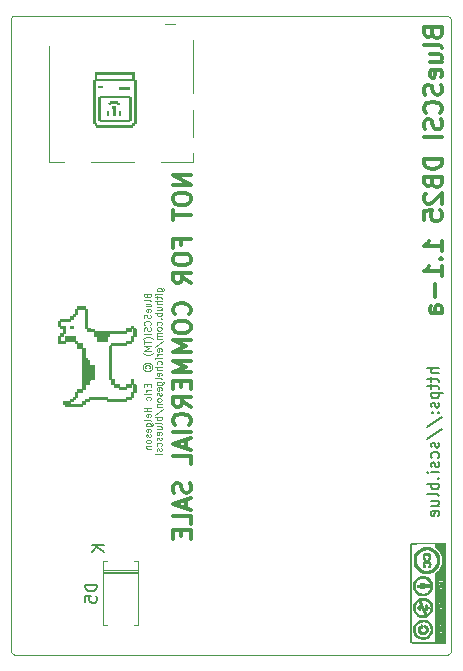
<source format=gbo>
%TF.GenerationSoftware,KiCad,Pcbnew,(5.1.10-1-10_14)*%
%TF.CreationDate,2021-10-09T14:12:20-05:00*%
%TF.ProjectId,bluepill_scsi,626c7565-7069-46c6-9c5f-736373692e6b,rev?*%
%TF.SameCoordinates,Original*%
%TF.FileFunction,Legend,Bot*%
%TF.FilePolarity,Positive*%
%FSLAX46Y46*%
G04 Gerber Fmt 4.6, Leading zero omitted, Abs format (unit mm)*
G04 Created by KiCad (PCBNEW (5.1.10-1-10_14)) date 2021-10-09 14:12:20*
%MOMM*%
%LPD*%
G01*
G04 APERTURE LIST*
%TA.AperFunction,Profile*%
%ADD10C,0.050000*%
%TD*%
%ADD11C,0.100000*%
%ADD12C,0.150000*%
%ADD13C,0.300000*%
%ADD14C,0.010000*%
%ADD15C,0.120000*%
%ADD16O,2.350000X1.827200*%
%ADD17O,1.700000X1.700000*%
%ADD18O,1.900000X1.900000*%
%ADD19C,1.700000*%
%ADD20C,4.100000*%
G04 APERTURE END LIST*
D10*
X125095000Y-149705000D02*
G75*
G02*
X124841000Y-149959000I-254000J0D01*
G01*
X88085000Y-149955000D02*
G75*
G02*
X87831000Y-149701000I0J254000D01*
G01*
X87835000Y-96139000D02*
G75*
G02*
X88089000Y-95885000I254000J0D01*
G01*
X124714000Y-95885000D02*
G75*
G02*
X125095000Y-96266000I0J-381000D01*
G01*
D11*
X99333214Y-119577619D02*
X99359404Y-119656190D01*
X99385595Y-119682380D01*
X99437976Y-119708571D01*
X99516547Y-119708571D01*
X99568928Y-119682380D01*
X99595119Y-119656190D01*
X99621309Y-119603809D01*
X99621309Y-119394285D01*
X99071309Y-119394285D01*
X99071309Y-119577619D01*
X99097500Y-119630000D01*
X99123690Y-119656190D01*
X99176071Y-119682380D01*
X99228452Y-119682380D01*
X99280833Y-119656190D01*
X99307023Y-119630000D01*
X99333214Y-119577619D01*
X99333214Y-119394285D01*
X99621309Y-120022857D02*
X99595119Y-119970476D01*
X99542738Y-119944285D01*
X99071309Y-119944285D01*
X99254642Y-120468095D02*
X99621309Y-120468095D01*
X99254642Y-120232380D02*
X99542738Y-120232380D01*
X99595119Y-120258571D01*
X99621309Y-120310952D01*
X99621309Y-120389523D01*
X99595119Y-120441904D01*
X99568928Y-120468095D01*
X99595119Y-120939523D02*
X99621309Y-120887142D01*
X99621309Y-120782380D01*
X99595119Y-120730000D01*
X99542738Y-120703809D01*
X99333214Y-120703809D01*
X99280833Y-120730000D01*
X99254642Y-120782380D01*
X99254642Y-120887142D01*
X99280833Y-120939523D01*
X99333214Y-120965714D01*
X99385595Y-120965714D01*
X99437976Y-120703809D01*
X99595119Y-121175238D02*
X99621309Y-121253809D01*
X99621309Y-121384761D01*
X99595119Y-121437142D01*
X99568928Y-121463333D01*
X99516547Y-121489523D01*
X99464166Y-121489523D01*
X99411785Y-121463333D01*
X99385595Y-121437142D01*
X99359404Y-121384761D01*
X99333214Y-121280000D01*
X99307023Y-121227619D01*
X99280833Y-121201428D01*
X99228452Y-121175238D01*
X99176071Y-121175238D01*
X99123690Y-121201428D01*
X99097500Y-121227619D01*
X99071309Y-121280000D01*
X99071309Y-121410952D01*
X99097500Y-121489523D01*
X99568928Y-122039523D02*
X99595119Y-122013333D01*
X99621309Y-121934761D01*
X99621309Y-121882380D01*
X99595119Y-121803809D01*
X99542738Y-121751428D01*
X99490357Y-121725238D01*
X99385595Y-121699047D01*
X99307023Y-121699047D01*
X99202261Y-121725238D01*
X99149880Y-121751428D01*
X99097500Y-121803809D01*
X99071309Y-121882380D01*
X99071309Y-121934761D01*
X99097500Y-122013333D01*
X99123690Y-122039523D01*
X99595119Y-122249047D02*
X99621309Y-122327619D01*
X99621309Y-122458571D01*
X99595119Y-122510952D01*
X99568928Y-122537142D01*
X99516547Y-122563333D01*
X99464166Y-122563333D01*
X99411785Y-122537142D01*
X99385595Y-122510952D01*
X99359404Y-122458571D01*
X99333214Y-122353809D01*
X99307023Y-122301428D01*
X99280833Y-122275238D01*
X99228452Y-122249047D01*
X99176071Y-122249047D01*
X99123690Y-122275238D01*
X99097500Y-122301428D01*
X99071309Y-122353809D01*
X99071309Y-122484761D01*
X99097500Y-122563333D01*
X99621309Y-122799047D02*
X99071309Y-122799047D01*
X99830833Y-123218095D02*
X99804642Y-123191904D01*
X99726071Y-123139523D01*
X99673690Y-123113333D01*
X99595119Y-123087142D01*
X99464166Y-123060952D01*
X99359404Y-123060952D01*
X99228452Y-123087142D01*
X99149880Y-123113333D01*
X99097500Y-123139523D01*
X99018928Y-123191904D01*
X98992738Y-123218095D01*
X99071309Y-123349047D02*
X99071309Y-123663333D01*
X99621309Y-123506190D02*
X99071309Y-123506190D01*
X99621309Y-123846666D02*
X99071309Y-123846666D01*
X99464166Y-124030000D01*
X99071309Y-124213333D01*
X99621309Y-124213333D01*
X99830833Y-124422857D02*
X99804642Y-124449047D01*
X99726071Y-124501428D01*
X99673690Y-124527619D01*
X99595119Y-124553809D01*
X99464166Y-124580000D01*
X99359404Y-124580000D01*
X99228452Y-124553809D01*
X99149880Y-124527619D01*
X99097500Y-124501428D01*
X99018928Y-124449047D01*
X98992738Y-124422857D01*
X99202261Y-125706190D02*
X99176071Y-125653809D01*
X99176071Y-125549047D01*
X99202261Y-125496666D01*
X99254642Y-125444285D01*
X99307023Y-125418095D01*
X99411785Y-125418095D01*
X99464166Y-125444285D01*
X99516547Y-125496666D01*
X99542738Y-125549047D01*
X99542738Y-125653809D01*
X99516547Y-125706190D01*
X98992738Y-125601428D02*
X99018928Y-125470476D01*
X99097500Y-125339523D01*
X99228452Y-125260952D01*
X99359404Y-125234761D01*
X99490357Y-125260952D01*
X99621309Y-125339523D01*
X99699880Y-125470476D01*
X99726071Y-125601428D01*
X99699880Y-125732380D01*
X99621309Y-125863333D01*
X99490357Y-125941904D01*
X99359404Y-125968095D01*
X99228452Y-125941904D01*
X99097500Y-125863333D01*
X99018928Y-125732380D01*
X98992738Y-125601428D01*
X99333214Y-127041904D02*
X99333214Y-127225238D01*
X99621309Y-127303809D02*
X99621309Y-127041904D01*
X99071309Y-127041904D01*
X99071309Y-127303809D01*
X99621309Y-127539523D02*
X99254642Y-127539523D01*
X99359404Y-127539523D02*
X99307023Y-127565714D01*
X99280833Y-127591904D01*
X99254642Y-127644285D01*
X99254642Y-127696666D01*
X99621309Y-127880000D02*
X99254642Y-127880000D01*
X99071309Y-127880000D02*
X99097500Y-127853809D01*
X99123690Y-127880000D01*
X99097500Y-127906190D01*
X99071309Y-127880000D01*
X99123690Y-127880000D01*
X99595119Y-128377619D02*
X99621309Y-128325238D01*
X99621309Y-128220476D01*
X99595119Y-128168095D01*
X99568928Y-128141904D01*
X99516547Y-128115714D01*
X99359404Y-128115714D01*
X99307023Y-128141904D01*
X99280833Y-128168095D01*
X99254642Y-128220476D01*
X99254642Y-128325238D01*
X99280833Y-128377619D01*
X99621309Y-129032380D02*
X99071309Y-129032380D01*
X99333214Y-129032380D02*
X99333214Y-129346666D01*
X99621309Y-129346666D02*
X99071309Y-129346666D01*
X99595119Y-129818095D02*
X99621309Y-129765714D01*
X99621309Y-129660952D01*
X99595119Y-129608571D01*
X99542738Y-129582380D01*
X99333214Y-129582380D01*
X99280833Y-129608571D01*
X99254642Y-129660952D01*
X99254642Y-129765714D01*
X99280833Y-129818095D01*
X99333214Y-129844285D01*
X99385595Y-129844285D01*
X99437976Y-129582380D01*
X99621309Y-130158571D02*
X99595119Y-130106190D01*
X99542738Y-130080000D01*
X99071309Y-130080000D01*
X99254642Y-130603809D02*
X99699880Y-130603809D01*
X99752261Y-130577619D01*
X99778452Y-130551428D01*
X99804642Y-130499047D01*
X99804642Y-130420476D01*
X99778452Y-130368095D01*
X99595119Y-130603809D02*
X99621309Y-130551428D01*
X99621309Y-130446666D01*
X99595119Y-130394285D01*
X99568928Y-130368095D01*
X99516547Y-130341904D01*
X99359404Y-130341904D01*
X99307023Y-130368095D01*
X99280833Y-130394285D01*
X99254642Y-130446666D01*
X99254642Y-130551428D01*
X99280833Y-130603809D01*
X99595119Y-131075238D02*
X99621309Y-131022857D01*
X99621309Y-130918095D01*
X99595119Y-130865714D01*
X99542738Y-130839523D01*
X99333214Y-130839523D01*
X99280833Y-130865714D01*
X99254642Y-130918095D01*
X99254642Y-131022857D01*
X99280833Y-131075238D01*
X99333214Y-131101428D01*
X99385595Y-131101428D01*
X99437976Y-130839523D01*
X99595119Y-131310952D02*
X99621309Y-131363333D01*
X99621309Y-131468095D01*
X99595119Y-131520476D01*
X99542738Y-131546666D01*
X99516547Y-131546666D01*
X99464166Y-131520476D01*
X99437976Y-131468095D01*
X99437976Y-131389523D01*
X99411785Y-131337142D01*
X99359404Y-131310952D01*
X99333214Y-131310952D01*
X99280833Y-131337142D01*
X99254642Y-131389523D01*
X99254642Y-131468095D01*
X99280833Y-131520476D01*
X99621309Y-131860952D02*
X99595119Y-131808571D01*
X99568928Y-131782380D01*
X99516547Y-131756190D01*
X99359404Y-131756190D01*
X99307023Y-131782380D01*
X99280833Y-131808571D01*
X99254642Y-131860952D01*
X99254642Y-131939523D01*
X99280833Y-131991904D01*
X99307023Y-132018095D01*
X99359404Y-132044285D01*
X99516547Y-132044285D01*
X99568928Y-132018095D01*
X99595119Y-131991904D01*
X99621309Y-131939523D01*
X99621309Y-131860952D01*
X99254642Y-132280000D02*
X99621309Y-132280000D01*
X99307023Y-132280000D02*
X99280833Y-132306190D01*
X99254642Y-132358571D01*
X99254642Y-132437142D01*
X99280833Y-132489523D01*
X99333214Y-132515714D01*
X99621309Y-132515714D01*
X100179642Y-119184761D02*
X100624880Y-119184761D01*
X100677261Y-119158571D01*
X100703452Y-119132380D01*
X100729642Y-119080000D01*
X100729642Y-119001428D01*
X100703452Y-118949047D01*
X100520119Y-119184761D02*
X100546309Y-119132380D01*
X100546309Y-119027619D01*
X100520119Y-118975238D01*
X100493928Y-118949047D01*
X100441547Y-118922857D01*
X100284404Y-118922857D01*
X100232023Y-118949047D01*
X100205833Y-118975238D01*
X100179642Y-119027619D01*
X100179642Y-119132380D01*
X100205833Y-119184761D01*
X100546309Y-119446666D02*
X100179642Y-119446666D01*
X99996309Y-119446666D02*
X100022500Y-119420476D01*
X100048690Y-119446666D01*
X100022500Y-119472857D01*
X99996309Y-119446666D01*
X100048690Y-119446666D01*
X100179642Y-119630000D02*
X100179642Y-119839523D01*
X99996309Y-119708571D02*
X100467738Y-119708571D01*
X100520119Y-119734761D01*
X100546309Y-119787142D01*
X100546309Y-119839523D01*
X100546309Y-120022857D02*
X99996309Y-120022857D01*
X100546309Y-120258571D02*
X100258214Y-120258571D01*
X100205833Y-120232380D01*
X100179642Y-120180000D01*
X100179642Y-120101428D01*
X100205833Y-120049047D01*
X100232023Y-120022857D01*
X100179642Y-120756190D02*
X100546309Y-120756190D01*
X100179642Y-120520476D02*
X100467738Y-120520476D01*
X100520119Y-120546666D01*
X100546309Y-120599047D01*
X100546309Y-120677619D01*
X100520119Y-120730000D01*
X100493928Y-120756190D01*
X100546309Y-121018095D02*
X99996309Y-121018095D01*
X100205833Y-121018095D02*
X100179642Y-121070476D01*
X100179642Y-121175238D01*
X100205833Y-121227619D01*
X100232023Y-121253809D01*
X100284404Y-121280000D01*
X100441547Y-121280000D01*
X100493928Y-121253809D01*
X100520119Y-121227619D01*
X100546309Y-121175238D01*
X100546309Y-121070476D01*
X100520119Y-121018095D01*
X100493928Y-121515714D02*
X100520119Y-121541904D01*
X100546309Y-121515714D01*
X100520119Y-121489523D01*
X100493928Y-121515714D01*
X100546309Y-121515714D01*
X100520119Y-122013333D02*
X100546309Y-121960952D01*
X100546309Y-121856190D01*
X100520119Y-121803809D01*
X100493928Y-121777619D01*
X100441547Y-121751428D01*
X100284404Y-121751428D01*
X100232023Y-121777619D01*
X100205833Y-121803809D01*
X100179642Y-121856190D01*
X100179642Y-121960952D01*
X100205833Y-122013333D01*
X100546309Y-122327619D02*
X100520119Y-122275238D01*
X100493928Y-122249047D01*
X100441547Y-122222857D01*
X100284404Y-122222857D01*
X100232023Y-122249047D01*
X100205833Y-122275238D01*
X100179642Y-122327619D01*
X100179642Y-122406190D01*
X100205833Y-122458571D01*
X100232023Y-122484761D01*
X100284404Y-122510952D01*
X100441547Y-122510952D01*
X100493928Y-122484761D01*
X100520119Y-122458571D01*
X100546309Y-122406190D01*
X100546309Y-122327619D01*
X100546309Y-122746666D02*
X100179642Y-122746666D01*
X100232023Y-122746666D02*
X100205833Y-122772857D01*
X100179642Y-122825238D01*
X100179642Y-122903809D01*
X100205833Y-122956190D01*
X100258214Y-122982380D01*
X100546309Y-122982380D01*
X100258214Y-122982380D02*
X100205833Y-123008571D01*
X100179642Y-123060952D01*
X100179642Y-123139523D01*
X100205833Y-123191904D01*
X100258214Y-123218095D01*
X100546309Y-123218095D01*
X99970119Y-123872857D02*
X100677261Y-123401428D01*
X100520119Y-124265714D02*
X100546309Y-124213333D01*
X100546309Y-124108571D01*
X100520119Y-124056190D01*
X100467738Y-124030000D01*
X100258214Y-124030000D01*
X100205833Y-124056190D01*
X100179642Y-124108571D01*
X100179642Y-124213333D01*
X100205833Y-124265714D01*
X100258214Y-124291904D01*
X100310595Y-124291904D01*
X100362976Y-124030000D01*
X100546309Y-124527619D02*
X100179642Y-124527619D01*
X100284404Y-124527619D02*
X100232023Y-124553809D01*
X100205833Y-124580000D01*
X100179642Y-124632380D01*
X100179642Y-124684761D01*
X100546309Y-124868095D02*
X100179642Y-124868095D01*
X99996309Y-124868095D02*
X100022500Y-124841904D01*
X100048690Y-124868095D01*
X100022500Y-124894285D01*
X99996309Y-124868095D01*
X100048690Y-124868095D01*
X100520119Y-125365714D02*
X100546309Y-125313333D01*
X100546309Y-125208571D01*
X100520119Y-125156190D01*
X100493928Y-125130000D01*
X100441547Y-125103809D01*
X100284404Y-125103809D01*
X100232023Y-125130000D01*
X100205833Y-125156190D01*
X100179642Y-125208571D01*
X100179642Y-125313333D01*
X100205833Y-125365714D01*
X100546309Y-125601428D02*
X99996309Y-125601428D01*
X100546309Y-125837142D02*
X100258214Y-125837142D01*
X100205833Y-125810952D01*
X100179642Y-125758571D01*
X100179642Y-125680000D01*
X100205833Y-125627619D01*
X100232023Y-125601428D01*
X100520119Y-126308571D02*
X100546309Y-126256190D01*
X100546309Y-126151428D01*
X100520119Y-126099047D01*
X100467738Y-126072857D01*
X100258214Y-126072857D01*
X100205833Y-126099047D01*
X100179642Y-126151428D01*
X100179642Y-126256190D01*
X100205833Y-126308571D01*
X100258214Y-126334761D01*
X100310595Y-126334761D01*
X100362976Y-126072857D01*
X100546309Y-126649047D02*
X100520119Y-126596666D01*
X100467738Y-126570476D01*
X99996309Y-126570476D01*
X100179642Y-127094285D02*
X100624880Y-127094285D01*
X100677261Y-127068095D01*
X100703452Y-127041904D01*
X100729642Y-126989523D01*
X100729642Y-126910952D01*
X100703452Y-126858571D01*
X100520119Y-127094285D02*
X100546309Y-127041904D01*
X100546309Y-126937142D01*
X100520119Y-126884761D01*
X100493928Y-126858571D01*
X100441547Y-126832380D01*
X100284404Y-126832380D01*
X100232023Y-126858571D01*
X100205833Y-126884761D01*
X100179642Y-126937142D01*
X100179642Y-127041904D01*
X100205833Y-127094285D01*
X100520119Y-127565714D02*
X100546309Y-127513333D01*
X100546309Y-127408571D01*
X100520119Y-127356190D01*
X100467738Y-127330000D01*
X100258214Y-127330000D01*
X100205833Y-127356190D01*
X100179642Y-127408571D01*
X100179642Y-127513333D01*
X100205833Y-127565714D01*
X100258214Y-127591904D01*
X100310595Y-127591904D01*
X100362976Y-127330000D01*
X100520119Y-127801428D02*
X100546309Y-127853809D01*
X100546309Y-127958571D01*
X100520119Y-128010952D01*
X100467738Y-128037142D01*
X100441547Y-128037142D01*
X100389166Y-128010952D01*
X100362976Y-127958571D01*
X100362976Y-127880000D01*
X100336785Y-127827619D01*
X100284404Y-127801428D01*
X100258214Y-127801428D01*
X100205833Y-127827619D01*
X100179642Y-127880000D01*
X100179642Y-127958571D01*
X100205833Y-128010952D01*
X100546309Y-128351428D02*
X100520119Y-128299047D01*
X100493928Y-128272857D01*
X100441547Y-128246666D01*
X100284404Y-128246666D01*
X100232023Y-128272857D01*
X100205833Y-128299047D01*
X100179642Y-128351428D01*
X100179642Y-128430000D01*
X100205833Y-128482380D01*
X100232023Y-128508571D01*
X100284404Y-128534761D01*
X100441547Y-128534761D01*
X100493928Y-128508571D01*
X100520119Y-128482380D01*
X100546309Y-128430000D01*
X100546309Y-128351428D01*
X100179642Y-128770476D02*
X100546309Y-128770476D01*
X100232023Y-128770476D02*
X100205833Y-128796666D01*
X100179642Y-128849047D01*
X100179642Y-128927619D01*
X100205833Y-128980000D01*
X100258214Y-129006190D01*
X100546309Y-129006190D01*
X99970119Y-129660952D02*
X100677261Y-129189523D01*
X100546309Y-129844285D02*
X99996309Y-129844285D01*
X100205833Y-129844285D02*
X100179642Y-129896666D01*
X100179642Y-130001428D01*
X100205833Y-130053809D01*
X100232023Y-130080000D01*
X100284404Y-130106190D01*
X100441547Y-130106190D01*
X100493928Y-130080000D01*
X100520119Y-130053809D01*
X100546309Y-130001428D01*
X100546309Y-129896666D01*
X100520119Y-129844285D01*
X100546309Y-130420476D02*
X100520119Y-130368095D01*
X100467738Y-130341904D01*
X99996309Y-130341904D01*
X100179642Y-130865714D02*
X100546309Y-130865714D01*
X100179642Y-130630000D02*
X100467738Y-130630000D01*
X100520119Y-130656190D01*
X100546309Y-130708571D01*
X100546309Y-130787142D01*
X100520119Y-130839523D01*
X100493928Y-130865714D01*
X100520119Y-131337142D02*
X100546309Y-131284761D01*
X100546309Y-131180000D01*
X100520119Y-131127619D01*
X100467738Y-131101428D01*
X100258214Y-131101428D01*
X100205833Y-131127619D01*
X100179642Y-131180000D01*
X100179642Y-131284761D01*
X100205833Y-131337142D01*
X100258214Y-131363333D01*
X100310595Y-131363333D01*
X100362976Y-131101428D01*
X100520119Y-131572857D02*
X100546309Y-131625238D01*
X100546309Y-131730000D01*
X100520119Y-131782380D01*
X100467738Y-131808571D01*
X100441547Y-131808571D01*
X100389166Y-131782380D01*
X100362976Y-131730000D01*
X100362976Y-131651428D01*
X100336785Y-131599047D01*
X100284404Y-131572857D01*
X100258214Y-131572857D01*
X100205833Y-131599047D01*
X100179642Y-131651428D01*
X100179642Y-131730000D01*
X100205833Y-131782380D01*
X100520119Y-132280000D02*
X100546309Y-132227619D01*
X100546309Y-132122857D01*
X100520119Y-132070476D01*
X100493928Y-132044285D01*
X100441547Y-132018095D01*
X100284404Y-132018095D01*
X100232023Y-132044285D01*
X100205833Y-132070476D01*
X100179642Y-132122857D01*
X100179642Y-132227619D01*
X100205833Y-132280000D01*
X100520119Y-132489523D02*
X100546309Y-132541904D01*
X100546309Y-132646666D01*
X100520119Y-132699047D01*
X100467738Y-132725238D01*
X100441547Y-132725238D01*
X100389166Y-132699047D01*
X100362976Y-132646666D01*
X100362976Y-132568095D01*
X100336785Y-132515714D01*
X100284404Y-132489523D01*
X100258214Y-132489523D01*
X100205833Y-132515714D01*
X100179642Y-132568095D01*
X100179642Y-132646666D01*
X100205833Y-132699047D01*
X100546309Y-132960952D02*
X100179642Y-132960952D01*
X99996309Y-132960952D02*
X100022500Y-132934761D01*
X100048690Y-132960952D01*
X100022500Y-132987142D01*
X99996309Y-132960952D01*
X100048690Y-132960952D01*
D12*
X124037380Y-125716904D02*
X123037380Y-125716904D01*
X124037380Y-126145476D02*
X123513571Y-126145476D01*
X123418333Y-126097857D01*
X123370714Y-126002619D01*
X123370714Y-125859761D01*
X123418333Y-125764523D01*
X123465952Y-125716904D01*
X123370714Y-126478809D02*
X123370714Y-126859761D01*
X123037380Y-126621666D02*
X123894523Y-126621666D01*
X123989761Y-126669285D01*
X124037380Y-126764523D01*
X124037380Y-126859761D01*
X123370714Y-127050238D02*
X123370714Y-127431190D01*
X123037380Y-127193095D02*
X123894523Y-127193095D01*
X123989761Y-127240714D01*
X124037380Y-127335952D01*
X124037380Y-127431190D01*
X123370714Y-127764523D02*
X124370714Y-127764523D01*
X123418333Y-127764523D02*
X123370714Y-127859761D01*
X123370714Y-128050238D01*
X123418333Y-128145476D01*
X123465952Y-128193095D01*
X123561190Y-128240714D01*
X123846904Y-128240714D01*
X123942142Y-128193095D01*
X123989761Y-128145476D01*
X124037380Y-128050238D01*
X124037380Y-127859761D01*
X123989761Y-127764523D01*
X123989761Y-128621666D02*
X124037380Y-128716904D01*
X124037380Y-128907380D01*
X123989761Y-129002619D01*
X123894523Y-129050238D01*
X123846904Y-129050238D01*
X123751666Y-129002619D01*
X123704047Y-128907380D01*
X123704047Y-128764523D01*
X123656428Y-128669285D01*
X123561190Y-128621666D01*
X123513571Y-128621666D01*
X123418333Y-128669285D01*
X123370714Y-128764523D01*
X123370714Y-128907380D01*
X123418333Y-129002619D01*
X123942142Y-129478809D02*
X123989761Y-129526428D01*
X124037380Y-129478809D01*
X123989761Y-129431190D01*
X123942142Y-129478809D01*
X124037380Y-129478809D01*
X123418333Y-129478809D02*
X123465952Y-129526428D01*
X123513571Y-129478809D01*
X123465952Y-129431190D01*
X123418333Y-129478809D01*
X123513571Y-129478809D01*
X122989761Y-130669285D02*
X124275476Y-129812142D01*
X122989761Y-131716904D02*
X124275476Y-130859761D01*
X123989761Y-132002619D02*
X124037380Y-132097857D01*
X124037380Y-132288333D01*
X123989761Y-132383571D01*
X123894523Y-132431190D01*
X123846904Y-132431190D01*
X123751666Y-132383571D01*
X123704047Y-132288333D01*
X123704047Y-132145476D01*
X123656428Y-132050238D01*
X123561190Y-132002619D01*
X123513571Y-132002619D01*
X123418333Y-132050238D01*
X123370714Y-132145476D01*
X123370714Y-132288333D01*
X123418333Y-132383571D01*
X123989761Y-133288333D02*
X124037380Y-133193095D01*
X124037380Y-133002619D01*
X123989761Y-132907380D01*
X123942142Y-132859761D01*
X123846904Y-132812142D01*
X123561190Y-132812142D01*
X123465952Y-132859761D01*
X123418333Y-132907380D01*
X123370714Y-133002619D01*
X123370714Y-133193095D01*
X123418333Y-133288333D01*
X123989761Y-133669285D02*
X124037380Y-133764523D01*
X124037380Y-133955000D01*
X123989761Y-134050238D01*
X123894523Y-134097857D01*
X123846904Y-134097857D01*
X123751666Y-134050238D01*
X123704047Y-133955000D01*
X123704047Y-133812142D01*
X123656428Y-133716904D01*
X123561190Y-133669285D01*
X123513571Y-133669285D01*
X123418333Y-133716904D01*
X123370714Y-133812142D01*
X123370714Y-133955000D01*
X123418333Y-134050238D01*
X124037380Y-134526428D02*
X123370714Y-134526428D01*
X123037380Y-134526428D02*
X123085000Y-134478809D01*
X123132619Y-134526428D01*
X123085000Y-134574047D01*
X123037380Y-134526428D01*
X123132619Y-134526428D01*
X123942142Y-135002619D02*
X123989761Y-135050238D01*
X124037380Y-135002619D01*
X123989761Y-134955000D01*
X123942142Y-135002619D01*
X124037380Y-135002619D01*
X124037380Y-135478809D02*
X123037380Y-135478809D01*
X123418333Y-135478809D02*
X123370714Y-135574047D01*
X123370714Y-135764523D01*
X123418333Y-135859761D01*
X123465952Y-135907380D01*
X123561190Y-135955000D01*
X123846904Y-135955000D01*
X123942142Y-135907380D01*
X123989761Y-135859761D01*
X124037380Y-135764523D01*
X124037380Y-135574047D01*
X123989761Y-135478809D01*
X124037380Y-136526428D02*
X123989761Y-136431190D01*
X123894523Y-136383571D01*
X123037380Y-136383571D01*
X123370714Y-137335952D02*
X124037380Y-137335952D01*
X123370714Y-136907380D02*
X123894523Y-136907380D01*
X123989761Y-136955000D01*
X124037380Y-137050238D01*
X124037380Y-137193095D01*
X123989761Y-137288333D01*
X123942142Y-137335952D01*
X123989761Y-138193095D02*
X124037380Y-138097857D01*
X124037380Y-137907380D01*
X123989761Y-137812142D01*
X123894523Y-137764523D01*
X123513571Y-137764523D01*
X123418333Y-137812142D01*
X123370714Y-137907380D01*
X123370714Y-138097857D01*
X123418333Y-138193095D01*
X123513571Y-138240714D01*
X123608809Y-138240714D01*
X123704047Y-137764523D01*
D13*
X103013571Y-109347857D02*
X101513571Y-109347857D01*
X103013571Y-110205000D01*
X101513571Y-110205000D01*
X101513571Y-111205000D02*
X101513571Y-111490714D01*
X101585000Y-111633571D01*
X101727857Y-111776428D01*
X102013571Y-111847857D01*
X102513571Y-111847857D01*
X102799285Y-111776428D01*
X102942142Y-111633571D01*
X103013571Y-111490714D01*
X103013571Y-111205000D01*
X102942142Y-111062142D01*
X102799285Y-110919285D01*
X102513571Y-110847857D01*
X102013571Y-110847857D01*
X101727857Y-110919285D01*
X101585000Y-111062142D01*
X101513571Y-111205000D01*
X101513571Y-112276428D02*
X101513571Y-113133571D01*
X103013571Y-112705000D02*
X101513571Y-112705000D01*
X102227857Y-115276428D02*
X102227857Y-114776428D01*
X103013571Y-114776428D02*
X101513571Y-114776428D01*
X101513571Y-115490714D01*
X101513571Y-116347857D02*
X101513571Y-116633571D01*
X101585000Y-116776428D01*
X101727857Y-116919285D01*
X102013571Y-116990714D01*
X102513571Y-116990714D01*
X102799285Y-116919285D01*
X102942142Y-116776428D01*
X103013571Y-116633571D01*
X103013571Y-116347857D01*
X102942142Y-116205000D01*
X102799285Y-116062142D01*
X102513571Y-115990714D01*
X102013571Y-115990714D01*
X101727857Y-116062142D01*
X101585000Y-116205000D01*
X101513571Y-116347857D01*
X103013571Y-118490714D02*
X102299285Y-117990714D01*
X103013571Y-117633571D02*
X101513571Y-117633571D01*
X101513571Y-118205000D01*
X101585000Y-118347857D01*
X101656428Y-118419285D01*
X101799285Y-118490714D01*
X102013571Y-118490714D01*
X102156428Y-118419285D01*
X102227857Y-118347857D01*
X102299285Y-118205000D01*
X102299285Y-117633571D01*
X102870714Y-121133571D02*
X102942142Y-121062142D01*
X103013571Y-120847857D01*
X103013571Y-120705000D01*
X102942142Y-120490714D01*
X102799285Y-120347857D01*
X102656428Y-120276428D01*
X102370714Y-120205000D01*
X102156428Y-120205000D01*
X101870714Y-120276428D01*
X101727857Y-120347857D01*
X101585000Y-120490714D01*
X101513571Y-120705000D01*
X101513571Y-120847857D01*
X101585000Y-121062142D01*
X101656428Y-121133571D01*
X101513571Y-122062142D02*
X101513571Y-122347857D01*
X101585000Y-122490714D01*
X101727857Y-122633571D01*
X102013571Y-122705000D01*
X102513571Y-122705000D01*
X102799285Y-122633571D01*
X102942142Y-122490714D01*
X103013571Y-122347857D01*
X103013571Y-122062142D01*
X102942142Y-121919285D01*
X102799285Y-121776428D01*
X102513571Y-121705000D01*
X102013571Y-121705000D01*
X101727857Y-121776428D01*
X101585000Y-121919285D01*
X101513571Y-122062142D01*
X103013571Y-123347857D02*
X101513571Y-123347857D01*
X102585000Y-123847857D01*
X101513571Y-124347857D01*
X103013571Y-124347857D01*
X103013571Y-125062142D02*
X101513571Y-125062142D01*
X102585000Y-125562142D01*
X101513571Y-126062142D01*
X103013571Y-126062142D01*
X102227857Y-126776428D02*
X102227857Y-127276428D01*
X103013571Y-127490714D02*
X103013571Y-126776428D01*
X101513571Y-126776428D01*
X101513571Y-127490714D01*
X103013571Y-128990714D02*
X102299285Y-128490714D01*
X103013571Y-128133571D02*
X101513571Y-128133571D01*
X101513571Y-128705000D01*
X101585000Y-128847857D01*
X101656428Y-128919285D01*
X101799285Y-128990714D01*
X102013571Y-128990714D01*
X102156428Y-128919285D01*
X102227857Y-128847857D01*
X102299285Y-128705000D01*
X102299285Y-128133571D01*
X102870714Y-130490714D02*
X102942142Y-130419285D01*
X103013571Y-130205000D01*
X103013571Y-130062142D01*
X102942142Y-129847857D01*
X102799285Y-129705000D01*
X102656428Y-129633571D01*
X102370714Y-129562142D01*
X102156428Y-129562142D01*
X101870714Y-129633571D01*
X101727857Y-129705000D01*
X101585000Y-129847857D01*
X101513571Y-130062142D01*
X101513571Y-130205000D01*
X101585000Y-130419285D01*
X101656428Y-130490714D01*
X103013571Y-131133571D02*
X101513571Y-131133571D01*
X102585000Y-131776428D02*
X102585000Y-132490714D01*
X103013571Y-131633571D02*
X101513571Y-132133571D01*
X103013571Y-132633571D01*
X103013571Y-133847857D02*
X103013571Y-133133571D01*
X101513571Y-133133571D01*
X102942142Y-135419285D02*
X103013571Y-135633571D01*
X103013571Y-135990714D01*
X102942142Y-136133571D01*
X102870714Y-136205000D01*
X102727857Y-136276428D01*
X102585000Y-136276428D01*
X102442142Y-136205000D01*
X102370714Y-136133571D01*
X102299285Y-135990714D01*
X102227857Y-135705000D01*
X102156428Y-135562142D01*
X102085000Y-135490714D01*
X101942142Y-135419285D01*
X101799285Y-135419285D01*
X101656428Y-135490714D01*
X101585000Y-135562142D01*
X101513571Y-135705000D01*
X101513571Y-136062142D01*
X101585000Y-136276428D01*
X102585000Y-136847857D02*
X102585000Y-137562142D01*
X103013571Y-136705000D02*
X101513571Y-137205000D01*
X103013571Y-137705000D01*
X103013571Y-138919285D02*
X103013571Y-138205000D01*
X101513571Y-138205000D01*
X102227857Y-139419285D02*
X102227857Y-139919285D01*
X103013571Y-140133571D02*
X103013571Y-139419285D01*
X101513571Y-139419285D01*
X101513571Y-140133571D01*
D10*
X124841000Y-149959000D02*
X88085000Y-149955000D01*
X124714000Y-95885000D02*
X88089000Y-95885000D01*
X125095000Y-149705000D02*
X125095000Y-96266000D01*
X87831000Y-149701000D02*
X87835000Y-96139000D01*
D13*
X123477857Y-97347857D02*
X123549285Y-97562142D01*
X123620714Y-97633571D01*
X123763571Y-97705000D01*
X123977857Y-97705000D01*
X124120714Y-97633571D01*
X124192142Y-97562142D01*
X124263571Y-97419285D01*
X124263571Y-96847857D01*
X122763571Y-96847857D01*
X122763571Y-97347857D01*
X122835000Y-97490714D01*
X122906428Y-97562142D01*
X123049285Y-97633571D01*
X123192142Y-97633571D01*
X123335000Y-97562142D01*
X123406428Y-97490714D01*
X123477857Y-97347857D01*
X123477857Y-96847857D01*
X124263571Y-98562142D02*
X124192142Y-98419285D01*
X124049285Y-98347857D01*
X122763571Y-98347857D01*
X123263571Y-99776428D02*
X124263571Y-99776428D01*
X123263571Y-99133571D02*
X124049285Y-99133571D01*
X124192142Y-99205000D01*
X124263571Y-99347857D01*
X124263571Y-99562142D01*
X124192142Y-99705000D01*
X124120714Y-99776428D01*
X124192142Y-101062142D02*
X124263571Y-100919285D01*
X124263571Y-100633571D01*
X124192142Y-100490714D01*
X124049285Y-100419285D01*
X123477857Y-100419285D01*
X123335000Y-100490714D01*
X123263571Y-100633571D01*
X123263571Y-100919285D01*
X123335000Y-101062142D01*
X123477857Y-101133571D01*
X123620714Y-101133571D01*
X123763571Y-100419285D01*
X124192142Y-101705000D02*
X124263571Y-101919285D01*
X124263571Y-102276428D01*
X124192142Y-102419285D01*
X124120714Y-102490714D01*
X123977857Y-102562142D01*
X123835000Y-102562142D01*
X123692142Y-102490714D01*
X123620714Y-102419285D01*
X123549285Y-102276428D01*
X123477857Y-101990714D01*
X123406428Y-101847857D01*
X123335000Y-101776428D01*
X123192142Y-101705000D01*
X123049285Y-101705000D01*
X122906428Y-101776428D01*
X122835000Y-101847857D01*
X122763571Y-101990714D01*
X122763571Y-102347857D01*
X122835000Y-102562142D01*
X124120714Y-104062142D02*
X124192142Y-103990714D01*
X124263571Y-103776428D01*
X124263571Y-103633571D01*
X124192142Y-103419285D01*
X124049285Y-103276428D01*
X123906428Y-103205000D01*
X123620714Y-103133571D01*
X123406428Y-103133571D01*
X123120714Y-103205000D01*
X122977857Y-103276428D01*
X122835000Y-103419285D01*
X122763571Y-103633571D01*
X122763571Y-103776428D01*
X122835000Y-103990714D01*
X122906428Y-104062142D01*
X124192142Y-104633571D02*
X124263571Y-104847857D01*
X124263571Y-105205000D01*
X124192142Y-105347857D01*
X124120714Y-105419285D01*
X123977857Y-105490714D01*
X123835000Y-105490714D01*
X123692142Y-105419285D01*
X123620714Y-105347857D01*
X123549285Y-105205000D01*
X123477857Y-104919285D01*
X123406428Y-104776428D01*
X123335000Y-104705000D01*
X123192142Y-104633571D01*
X123049285Y-104633571D01*
X122906428Y-104705000D01*
X122835000Y-104776428D01*
X122763571Y-104919285D01*
X122763571Y-105276428D01*
X122835000Y-105490714D01*
X124263571Y-106133571D02*
X122763571Y-106133571D01*
X124263571Y-107990714D02*
X122763571Y-107990714D01*
X122763571Y-108347857D01*
X122835000Y-108562142D01*
X122977857Y-108705000D01*
X123120714Y-108776428D01*
X123406428Y-108847857D01*
X123620714Y-108847857D01*
X123906428Y-108776428D01*
X124049285Y-108705000D01*
X124192142Y-108562142D01*
X124263571Y-108347857D01*
X124263571Y-107990714D01*
X123477857Y-109990714D02*
X123549285Y-110205000D01*
X123620714Y-110276428D01*
X123763571Y-110347857D01*
X123977857Y-110347857D01*
X124120714Y-110276428D01*
X124192142Y-110205000D01*
X124263571Y-110062142D01*
X124263571Y-109490714D01*
X122763571Y-109490714D01*
X122763571Y-109990714D01*
X122835000Y-110133571D01*
X122906428Y-110205000D01*
X123049285Y-110276428D01*
X123192142Y-110276428D01*
X123335000Y-110205000D01*
X123406428Y-110133571D01*
X123477857Y-109990714D01*
X123477857Y-109490714D01*
X122906428Y-110919285D02*
X122835000Y-110990714D01*
X122763571Y-111133571D01*
X122763571Y-111490714D01*
X122835000Y-111633571D01*
X122906428Y-111705000D01*
X123049285Y-111776428D01*
X123192142Y-111776428D01*
X123406428Y-111705000D01*
X124263571Y-110847857D01*
X124263571Y-111776428D01*
X122763571Y-113133571D02*
X122763571Y-112419285D01*
X123477857Y-112347857D01*
X123406428Y-112419285D01*
X123335000Y-112562142D01*
X123335000Y-112919285D01*
X123406428Y-113062142D01*
X123477857Y-113133571D01*
X123620714Y-113205000D01*
X123977857Y-113205000D01*
X124120714Y-113133571D01*
X124192142Y-113062142D01*
X124263571Y-112919285D01*
X124263571Y-112562142D01*
X124192142Y-112419285D01*
X124120714Y-112347857D01*
X124263571Y-115776428D02*
X124263571Y-114919285D01*
X124263571Y-115347857D02*
X122763571Y-115347857D01*
X122977857Y-115205000D01*
X123120714Y-115062142D01*
X123192142Y-114919285D01*
X124120714Y-116419285D02*
X124192142Y-116490714D01*
X124263571Y-116419285D01*
X124192142Y-116347857D01*
X124120714Y-116419285D01*
X124263571Y-116419285D01*
X124263571Y-117919285D02*
X124263571Y-117062142D01*
X124263571Y-117490714D02*
X122763571Y-117490714D01*
X122977857Y-117347857D01*
X123120714Y-117205000D01*
X123192142Y-117062142D01*
X123692142Y-118562142D02*
X123692142Y-119705000D01*
X124263571Y-121062142D02*
X123477857Y-121062142D01*
X123335000Y-120990714D01*
X123263571Y-120847857D01*
X123263571Y-120562142D01*
X123335000Y-120419285D01*
X124192142Y-121062142D02*
X124263571Y-120919285D01*
X124263571Y-120562142D01*
X124192142Y-120419285D01*
X124049285Y-120347857D01*
X123906428Y-120347857D01*
X123763571Y-120419285D01*
X123692142Y-120562142D01*
X123692142Y-120919285D01*
X123620714Y-121062142D01*
D14*
%TO.C,G001*%
G36*
X93019134Y-122334333D02*
G01*
X93019134Y-122131133D01*
X92815934Y-122131133D01*
X92815934Y-122334333D01*
X93019134Y-122334333D01*
G37*
X93019134Y-122334333D02*
X93019134Y-122131133D01*
X92815934Y-122131133D01*
X92815934Y-122334333D01*
X93019134Y-122334333D01*
G36*
X93425534Y-123367267D02*
G01*
X93240310Y-123367267D01*
X93235555Y-123159833D01*
X93230801Y-122952400D01*
X92811700Y-122947871D01*
X92392601Y-122943342D01*
X92392601Y-123367267D01*
X93239267Y-123367267D01*
X93239267Y-123570467D01*
X93425534Y-123570467D01*
X93425534Y-123367267D01*
G37*
X93425534Y-123367267D02*
X93240310Y-123367267D01*
X93235555Y-123159833D01*
X93230801Y-122952400D01*
X92811700Y-122947871D01*
X92392601Y-122943342D01*
X92392601Y-123367267D01*
X93239267Y-123367267D01*
X93239267Y-123570467D01*
X93425534Y-123570467D01*
X93425534Y-123367267D01*
G36*
X91986201Y-123367267D02*
G01*
X91986201Y-122943933D01*
X91783001Y-122943933D01*
X91783001Y-123570467D01*
X92392601Y-123570467D01*
X92392601Y-123367267D01*
X91986201Y-123367267D01*
G37*
X91986201Y-123367267D02*
X91986201Y-122943933D01*
X91783001Y-122943933D01*
X91783001Y-123570467D01*
X92392601Y-123570467D01*
X92392601Y-123367267D01*
X91986201Y-123367267D01*
G36*
X93425534Y-121098200D02*
G01*
X93425534Y-120674867D01*
X93239267Y-120674867D01*
X93239267Y-121098200D01*
X93425534Y-121098200D01*
G37*
X93425534Y-121098200D02*
X93425534Y-120674867D01*
X93239267Y-120674867D01*
X93239267Y-121098200D01*
X93425534Y-121098200D01*
G36*
X94052067Y-120674867D02*
G01*
X94052067Y-120471667D01*
X93425534Y-120471667D01*
X93425534Y-120674867D01*
X94052067Y-120674867D01*
G37*
X94052067Y-120674867D02*
X94052067Y-120471667D01*
X93425534Y-120471667D01*
X93425534Y-120674867D01*
X94052067Y-120674867D01*
G36*
X94052067Y-122334333D02*
G01*
X94253651Y-122334333D01*
X94258692Y-122440166D01*
X94263734Y-122546000D01*
X94564301Y-122550624D01*
X94864867Y-122555248D01*
X94864867Y-122942317D01*
X94970701Y-122947358D01*
X95076534Y-122952400D01*
X95081288Y-123159833D01*
X95086043Y-123367267D01*
X95897800Y-123367267D01*
X95897800Y-122943933D01*
X96101001Y-122943933D01*
X96101001Y-122741097D01*
X97548801Y-122732267D01*
X97553919Y-122643367D01*
X97559037Y-122554466D01*
X97946734Y-122554466D01*
X97946734Y-122334333D01*
X97557267Y-122334333D01*
X97557267Y-122554466D01*
X94866483Y-122554466D01*
X94856401Y-122342800D01*
X94255267Y-122333552D01*
X94255267Y-120674867D01*
X94052067Y-120674867D01*
X94052067Y-122334333D01*
G37*
X94052067Y-122334333D02*
X94253651Y-122334333D01*
X94258692Y-122440166D01*
X94263734Y-122546000D01*
X94564301Y-122550624D01*
X94864867Y-122555248D01*
X94864867Y-122942317D01*
X94970701Y-122947358D01*
X95076534Y-122952400D01*
X95081288Y-123159833D01*
X95086043Y-123367267D01*
X95897800Y-123367267D01*
X95897800Y-122943933D01*
X96101001Y-122943933D01*
X96101001Y-122741097D01*
X97548801Y-122732267D01*
X97553919Y-122643367D01*
X97559037Y-122554466D01*
X97946734Y-122554466D01*
X97946734Y-122334333D01*
X97557267Y-122334333D01*
X97557267Y-122554466D01*
X94866483Y-122554466D01*
X94856401Y-122342800D01*
X94255267Y-122333552D01*
X94255267Y-120674867D01*
X94052067Y-120674867D01*
X94052067Y-122334333D01*
G36*
X98149934Y-122334333D02*
G01*
X98149934Y-122131133D01*
X97946734Y-122131133D01*
X97946734Y-122334333D01*
X98149934Y-122334333D01*
G37*
X98149934Y-122334333D02*
X98149934Y-122131133D01*
X97946734Y-122131133D01*
X97946734Y-122334333D01*
X98149934Y-122334333D01*
G36*
X98149934Y-122943933D02*
G01*
X97946734Y-122943933D01*
X97946734Y-123367267D01*
X98149934Y-123367267D01*
X98149934Y-122945549D01*
X98361600Y-122935467D01*
X98366220Y-122646575D01*
X98367087Y-122550887D01*
X98366587Y-122467196D01*
X98364857Y-122401287D01*
X98362033Y-122358945D01*
X98359164Y-122346008D01*
X98337101Y-122339702D01*
X98292102Y-122335463D01*
X98248712Y-122334333D01*
X98149934Y-122334333D01*
X98149934Y-122943933D01*
G37*
X98149934Y-122943933D02*
X97946734Y-122943933D01*
X97946734Y-123367267D01*
X98149934Y-123367267D01*
X98149934Y-122945549D01*
X98361600Y-122935467D01*
X98366220Y-122646575D01*
X98367087Y-122550887D01*
X98366587Y-122467196D01*
X98364857Y-122401287D01*
X98362033Y-122358945D01*
X98359164Y-122346008D01*
X98337101Y-122339702D01*
X98292102Y-122335463D01*
X98248712Y-122334333D01*
X98149934Y-122334333D01*
X98149934Y-122943933D01*
G36*
X97557267Y-123367267D02*
G01*
X97557267Y-123570467D01*
X97946734Y-123570467D01*
X97946734Y-123367267D01*
X97557267Y-123367267D01*
G37*
X97557267Y-123367267D02*
X97557267Y-123570467D01*
X97946734Y-123570467D01*
X97946734Y-123367267D01*
X97557267Y-123367267D01*
G36*
X96304201Y-123570467D02*
G01*
X96304201Y-123771976D01*
X96206834Y-123777055D01*
X96109467Y-123782133D01*
X96100809Y-126652333D01*
X96303158Y-126652333D01*
X96307913Y-126859767D01*
X96312667Y-127067200D01*
X96418501Y-127072241D01*
X96524334Y-127077283D01*
X96524334Y-127261933D01*
X96913801Y-127261933D01*
X96913801Y-127075666D01*
X96524334Y-127075666D01*
X96524334Y-126652333D01*
X96304201Y-126652333D01*
X96304201Y-123773666D01*
X97557267Y-123773666D01*
X97557267Y-123570467D01*
X96304201Y-123570467D01*
G37*
X96304201Y-123570467D02*
X96304201Y-123771976D01*
X96206834Y-123777055D01*
X96109467Y-123782133D01*
X96100809Y-126652333D01*
X96303158Y-126652333D01*
X96307913Y-126859767D01*
X96312667Y-127067200D01*
X96418501Y-127072241D01*
X96524334Y-127077283D01*
X96524334Y-127261933D01*
X96913801Y-127261933D01*
X96913801Y-127075666D01*
X96524334Y-127075666D01*
X96524334Y-126652333D01*
X96304201Y-126652333D01*
X96304201Y-123773666D01*
X97557267Y-123773666D01*
X97557267Y-123570467D01*
X96304201Y-123570467D01*
G36*
X93425534Y-123976866D02*
G01*
X93831934Y-123976866D01*
X93831934Y-123570467D01*
X93425534Y-123570467D01*
X93425534Y-123976866D01*
G37*
X93425534Y-123976866D02*
X93831934Y-123976866D01*
X93831934Y-123570467D01*
X93425534Y-123570467D01*
X93425534Y-123976866D01*
G36*
X94052067Y-128701266D02*
G01*
X94052067Y-128498066D01*
X93831934Y-128498066D01*
X93831934Y-128701266D01*
X94052067Y-128701266D01*
G37*
X94052067Y-128701266D02*
X94052067Y-128498066D01*
X93831934Y-128498066D01*
X93831934Y-128701266D01*
X94052067Y-128701266D01*
G36*
X94441534Y-128498066D02*
G01*
X94441534Y-128311800D01*
X94052067Y-128311800D01*
X94052067Y-128498066D01*
X94441534Y-128498066D01*
G37*
X94441534Y-128498066D02*
X94441534Y-128311800D01*
X94052067Y-128311800D01*
X94052067Y-128498066D01*
X94441534Y-128498066D01*
G36*
X95897800Y-128311800D02*
G01*
X95897800Y-128108600D01*
X94441534Y-128108600D01*
X94441534Y-128311800D01*
X95897800Y-128311800D01*
G37*
X95897800Y-128311800D02*
X95897800Y-128108600D01*
X94441534Y-128108600D01*
X94441534Y-128311800D01*
X95897800Y-128311800D01*
G36*
X95897800Y-128498066D02*
G01*
X97557267Y-128498066D01*
X97557267Y-128311800D01*
X95897800Y-128311800D01*
X95897800Y-128498066D01*
G37*
X95897800Y-128498066D02*
X97557267Y-128498066D01*
X97557267Y-128311800D01*
X95897800Y-128311800D01*
X95897800Y-128498066D01*
G36*
X97946734Y-128311800D02*
G01*
X97946734Y-128108600D01*
X97557267Y-128108600D01*
X97557267Y-128311800D01*
X97946734Y-128311800D01*
G37*
X97946734Y-128311800D02*
X97946734Y-128108600D01*
X97557267Y-128108600D01*
X97557267Y-128311800D01*
X97946734Y-128311800D01*
G36*
X98149934Y-128108600D02*
G01*
X98149934Y-127686883D01*
X98255767Y-127681841D01*
X98361600Y-127676800D01*
X98361600Y-127084133D01*
X98255767Y-127079092D01*
X98149934Y-127074050D01*
X98149934Y-126652333D01*
X97946734Y-126652333D01*
X97946734Y-127075666D01*
X98149934Y-127075666D01*
X98149934Y-127685266D01*
X97946734Y-127685266D01*
X97946734Y-128108600D01*
X98149934Y-128108600D01*
G37*
X98149934Y-128108600D02*
X98149934Y-127686883D01*
X98255767Y-127681841D01*
X98361600Y-127676800D01*
X98361600Y-127084133D01*
X98255767Y-127079092D01*
X98149934Y-127074050D01*
X98149934Y-126652333D01*
X97946734Y-126652333D01*
X97946734Y-127075666D01*
X98149934Y-127075666D01*
X98149934Y-127685266D01*
X97946734Y-127685266D01*
X97946734Y-128108600D01*
X98149934Y-128108600D01*
G36*
X97557267Y-127075666D02*
G01*
X97557267Y-127261933D01*
X96913801Y-127261933D01*
X96914060Y-127350833D01*
X96916687Y-127405604D01*
X96923114Y-127447756D01*
X96928008Y-127461303D01*
X96941604Y-127469365D01*
X96972999Y-127474937D01*
X97025950Y-127478218D01*
X97104218Y-127479409D01*
X97211561Y-127478711D01*
X97245249Y-127478236D01*
X97548801Y-127473600D01*
X97553842Y-127367766D01*
X97558883Y-127261933D01*
X97946734Y-127261933D01*
X97946734Y-127075666D01*
X97557267Y-127075666D01*
G37*
X97557267Y-127075666D02*
X97557267Y-127261933D01*
X96913801Y-127261933D01*
X96914060Y-127350833D01*
X96916687Y-127405604D01*
X96923114Y-127447756D01*
X96928008Y-127461303D01*
X96941604Y-127469365D01*
X96972999Y-127474937D01*
X97025950Y-127478218D01*
X97104218Y-127479409D01*
X97211561Y-127478711D01*
X97245249Y-127478236D01*
X97548801Y-127473600D01*
X97553842Y-127367766D01*
X97558883Y-127261933D01*
X97946734Y-127261933D01*
X97946734Y-127075666D01*
X97557267Y-127075666D01*
G36*
X93019134Y-121098200D02*
G01*
X93019196Y-121309866D01*
X92815934Y-121298392D01*
X92815934Y-121521533D01*
X91986201Y-121521533D01*
X91986201Y-121707800D01*
X91783001Y-121707800D01*
X91783001Y-122131133D01*
X91986201Y-122131133D01*
X91986201Y-121708402D01*
X92396834Y-121703868D01*
X92807467Y-121699333D01*
X92812585Y-121610433D01*
X92817704Y-121521533D01*
X93017518Y-121521533D01*
X93022559Y-121415700D01*
X93027601Y-121309866D01*
X93239267Y-121299784D01*
X93239267Y-121098200D01*
X93019134Y-121098200D01*
G37*
X93019134Y-121098200D02*
X93019196Y-121309866D01*
X92815934Y-121298392D01*
X92815934Y-121521533D01*
X91986201Y-121521533D01*
X91986201Y-121707800D01*
X91783001Y-121707800D01*
X91783001Y-122131133D01*
X91986201Y-122131133D01*
X91986201Y-121708402D01*
X92396834Y-121703868D01*
X92807467Y-121699333D01*
X92812585Y-121610433D01*
X92817704Y-121521533D01*
X93017518Y-121521533D01*
X93022559Y-121415700D01*
X93027601Y-121309866D01*
X93239267Y-121299784D01*
X93239267Y-121098200D01*
X93019134Y-121098200D01*
G36*
X92172467Y-122943933D02*
G01*
X92172467Y-122742349D01*
X92278300Y-122737308D01*
X92384134Y-122732267D01*
X92393382Y-122131133D01*
X91986201Y-122131133D01*
X91986201Y-122334333D01*
X92172467Y-122334333D01*
X92172467Y-122740733D01*
X91986201Y-122740733D01*
X91986201Y-122943933D01*
X92172467Y-122943933D01*
G37*
X92172467Y-122943933D02*
X92172467Y-122742349D01*
X92278300Y-122737308D01*
X92384134Y-122732267D01*
X92393382Y-122131133D01*
X91986201Y-122131133D01*
X91986201Y-122334333D01*
X92172467Y-122334333D01*
X92172467Y-122740733D01*
X91986201Y-122740733D01*
X91986201Y-122943933D01*
X92172467Y-122943933D01*
G36*
X92815934Y-128701266D02*
G01*
X92815934Y-128498066D01*
X93019134Y-128498066D01*
X93019134Y-128313416D01*
X93124967Y-128308375D01*
X93230801Y-128303333D01*
X93235853Y-128206823D01*
X93240906Y-128110313D01*
X93328987Y-128105223D01*
X93417067Y-128100133D01*
X93421822Y-127892700D01*
X93426576Y-127685266D01*
X93831934Y-127685266D01*
X93831872Y-127473600D01*
X94043601Y-127473600D01*
X94048371Y-127274633D01*
X94053142Y-127075666D01*
X94440491Y-127075666D01*
X94450001Y-126660800D01*
X94657434Y-126656045D01*
X94864867Y-126651291D01*
X94864867Y-125416200D01*
X94441534Y-125416200D01*
X94441534Y-124992867D01*
X94255267Y-124992867D01*
X94255267Y-124806600D01*
X94052067Y-124806600D01*
X94052067Y-123976866D01*
X93832092Y-123976866D01*
X93827780Y-125725233D01*
X93823467Y-127473600D01*
X93624500Y-127478371D01*
X93425534Y-127483141D01*
X93425534Y-127685266D01*
X93239267Y-127685266D01*
X93239267Y-128108600D01*
X93019134Y-128108600D01*
X93019134Y-128311800D01*
X92815934Y-128311800D01*
X92815934Y-128497319D01*
X92180934Y-128506533D01*
X92175880Y-128603071D01*
X92170827Y-128699608D01*
X92277480Y-128704671D01*
X92384134Y-128709733D01*
X92392601Y-128811333D01*
X92401067Y-128912933D01*
X93116501Y-128917350D01*
X93831934Y-128921767D01*
X93831934Y-128701266D01*
X92815934Y-128701266D01*
G37*
X92815934Y-128701266D02*
X92815934Y-128498066D01*
X93019134Y-128498066D01*
X93019134Y-128313416D01*
X93124967Y-128308375D01*
X93230801Y-128303333D01*
X93235853Y-128206823D01*
X93240906Y-128110313D01*
X93328987Y-128105223D01*
X93417067Y-128100133D01*
X93421822Y-127892700D01*
X93426576Y-127685266D01*
X93831934Y-127685266D01*
X93831872Y-127473600D01*
X94043601Y-127473600D01*
X94048371Y-127274633D01*
X94053142Y-127075666D01*
X94440491Y-127075666D01*
X94450001Y-126660800D01*
X94657434Y-126656045D01*
X94864867Y-126651291D01*
X94864867Y-125416200D01*
X94441534Y-125416200D01*
X94441534Y-124992867D01*
X94255267Y-124992867D01*
X94255267Y-124806600D01*
X94052067Y-124806600D01*
X94052067Y-123976866D01*
X93832092Y-123976866D01*
X93827780Y-125725233D01*
X93823467Y-127473600D01*
X93624500Y-127478371D01*
X93425534Y-127483141D01*
X93425534Y-127685266D01*
X93239267Y-127685266D01*
X93239267Y-128108600D01*
X93019134Y-128108600D01*
X93019134Y-128311800D01*
X92815934Y-128311800D01*
X92815934Y-128497319D01*
X92180934Y-128506533D01*
X92175880Y-128603071D01*
X92170827Y-128699608D01*
X92277480Y-128704671D01*
X92384134Y-128709733D01*
X92392601Y-128811333D01*
X92401067Y-128912933D01*
X93116501Y-128917350D01*
X93831934Y-128921767D01*
X93831934Y-128701266D01*
X92815934Y-128701266D01*
%TO.C,G004*%
G36*
X98062818Y-105160182D02*
G01*
X98066680Y-105105883D01*
X98086267Y-105083612D01*
X98132091Y-105079364D01*
X98181157Y-105073642D01*
X98199241Y-105046653D01*
X98201364Y-105010091D01*
X98205869Y-104963549D01*
X98228721Y-104944460D01*
X98282182Y-104940818D01*
X98363000Y-104940818D01*
X98363000Y-101338636D01*
X98201364Y-101338636D01*
X98201364Y-100622818D01*
X94899364Y-100622818D01*
X94899364Y-101200091D01*
X95037909Y-101200091D01*
X95037909Y-100761364D01*
X98062818Y-100761364D01*
X98062818Y-101200091D01*
X95037909Y-101200091D01*
X94899364Y-101200091D01*
X94899364Y-101338636D01*
X94737727Y-101338636D01*
X94737727Y-104940818D01*
X94818546Y-104940818D01*
X94899364Y-104940818D01*
X94899364Y-101338636D01*
X98201364Y-101338636D01*
X98201364Y-104940818D01*
X98132091Y-104940818D01*
X98083025Y-104946540D01*
X98064940Y-104973529D01*
X98062818Y-105010091D01*
X98062818Y-105079364D01*
X95037909Y-105079364D01*
X95037909Y-105010091D01*
X95032188Y-104961025D01*
X95005198Y-104942940D01*
X94968636Y-104940818D01*
X94899364Y-104940818D01*
X94818546Y-104940818D01*
X94872844Y-104944680D01*
X94895115Y-104964267D01*
X94899364Y-105010091D01*
X94905085Y-105059157D01*
X94932075Y-105077241D01*
X94968636Y-105079364D01*
X95015178Y-105083869D01*
X95034268Y-105106721D01*
X95037909Y-105160182D01*
X95037909Y-105241000D01*
X98062818Y-105241000D01*
X98062818Y-105160182D01*
G37*
X98062818Y-105160182D02*
X98066680Y-105105883D01*
X98086267Y-105083612D01*
X98132091Y-105079364D01*
X98181157Y-105073642D01*
X98199241Y-105046653D01*
X98201364Y-105010091D01*
X98205869Y-104963549D01*
X98228721Y-104944460D01*
X98282182Y-104940818D01*
X98363000Y-104940818D01*
X98363000Y-101338636D01*
X98201364Y-101338636D01*
X98201364Y-100622818D01*
X94899364Y-100622818D01*
X94899364Y-101200091D01*
X95037909Y-101200091D01*
X95037909Y-100761364D01*
X98062818Y-100761364D01*
X98062818Y-101200091D01*
X95037909Y-101200091D01*
X94899364Y-101200091D01*
X94899364Y-101338636D01*
X94737727Y-101338636D01*
X94737727Y-104940818D01*
X94818546Y-104940818D01*
X94899364Y-104940818D01*
X94899364Y-101338636D01*
X98201364Y-101338636D01*
X98201364Y-104940818D01*
X98132091Y-104940818D01*
X98083025Y-104946540D01*
X98064940Y-104973529D01*
X98062818Y-105010091D01*
X98062818Y-105079364D01*
X95037909Y-105079364D01*
X95037909Y-105010091D01*
X95032188Y-104961025D01*
X95005198Y-104942940D01*
X94968636Y-104940818D01*
X94899364Y-104940818D01*
X94818546Y-104940818D01*
X94872844Y-104944680D01*
X94895115Y-104964267D01*
X94899364Y-105010091D01*
X94905085Y-105059157D01*
X94932075Y-105077241D01*
X94968636Y-105079364D01*
X95015178Y-105083869D01*
X95034268Y-105106721D01*
X95037909Y-105160182D01*
X95037909Y-105241000D01*
X98062818Y-105241000D01*
X98062818Y-105160182D01*
G36*
X95476636Y-101777364D02*
G01*
X95176455Y-101777364D01*
X95176455Y-101915909D01*
X95476636Y-101915909D01*
X95476636Y-101777364D01*
G37*
X95476636Y-101777364D02*
X95176455Y-101777364D01*
X95176455Y-101915909D01*
X95476636Y-101915909D01*
X95476636Y-101777364D01*
G36*
X97785727Y-101915909D02*
G01*
X96908273Y-101915909D01*
X96908273Y-102054454D01*
X97785727Y-102054454D01*
X97785727Y-101915909D01*
G37*
X97785727Y-101915909D02*
X96908273Y-101915909D01*
X96908273Y-102054454D01*
X97785727Y-102054454D01*
X97785727Y-101915909D01*
G36*
X97785727Y-104733000D02*
G01*
X97791449Y-104683934D01*
X97818438Y-104665849D01*
X97855000Y-104663727D01*
X97924273Y-104663727D01*
X97924273Y-102770273D01*
X97855000Y-102770273D01*
X97805934Y-102764551D01*
X97787850Y-102737562D01*
X97785727Y-102701000D01*
X97785727Y-102631727D01*
X95315000Y-102631727D01*
X95315000Y-102701000D01*
X95309278Y-102750066D01*
X95282289Y-102768150D01*
X95245727Y-102770273D01*
X95176455Y-102770273D01*
X95176455Y-104663727D01*
X95245727Y-104663727D01*
X95315000Y-104663727D01*
X95315000Y-102770273D01*
X97785727Y-102770273D01*
X97785727Y-104663727D01*
X95315000Y-104663727D01*
X95245727Y-104663727D01*
X95294793Y-104669449D01*
X95312878Y-104696438D01*
X95315000Y-104733000D01*
X95315000Y-104802273D01*
X97785727Y-104802273D01*
X97785727Y-104733000D01*
G37*
X97785727Y-104733000D02*
X97791449Y-104683934D01*
X97818438Y-104665849D01*
X97855000Y-104663727D01*
X97924273Y-104663727D01*
X97924273Y-102770273D01*
X97855000Y-102770273D01*
X97805934Y-102764551D01*
X97787850Y-102737562D01*
X97785727Y-102701000D01*
X97785727Y-102631727D01*
X95315000Y-102631727D01*
X95315000Y-102701000D01*
X95309278Y-102750066D01*
X95282289Y-102768150D01*
X95245727Y-102770273D01*
X95176455Y-102770273D01*
X95176455Y-104663727D01*
X95245727Y-104663727D01*
X95315000Y-104663727D01*
X95315000Y-102770273D01*
X97785727Y-102770273D01*
X97785727Y-104663727D01*
X95315000Y-104663727D01*
X95245727Y-104663727D01*
X95294793Y-104669449D01*
X95312878Y-104696438D01*
X95315000Y-104733000D01*
X95315000Y-104802273D01*
X97785727Y-104802273D01*
X97785727Y-104733000D01*
G36*
X96888066Y-103341824D02*
G01*
X96906151Y-103314835D01*
X96908273Y-103278273D01*
X96902551Y-103229207D01*
X96875562Y-103211122D01*
X96839000Y-103209000D01*
X96789934Y-103203278D01*
X96771850Y-103176289D01*
X96769727Y-103139727D01*
X96769727Y-103070454D01*
X96192455Y-103070454D01*
X96192455Y-103139727D01*
X96186733Y-103188793D01*
X96159744Y-103206878D01*
X96123182Y-103209000D01*
X96074116Y-103214722D01*
X96056031Y-103241711D01*
X96053909Y-103278273D01*
X96059631Y-103327339D01*
X96086620Y-103345423D01*
X96123182Y-103347545D01*
X96172248Y-103341824D01*
X96190332Y-103314835D01*
X96192455Y-103278273D01*
X96192455Y-103209000D01*
X96769727Y-103209000D01*
X96769727Y-103278273D01*
X96775449Y-103327339D01*
X96802438Y-103345423D01*
X96839000Y-103347545D01*
X96888066Y-103341824D01*
G37*
X96888066Y-103341824D02*
X96906151Y-103314835D01*
X96908273Y-103278273D01*
X96902551Y-103229207D01*
X96875562Y-103211122D01*
X96839000Y-103209000D01*
X96789934Y-103203278D01*
X96771850Y-103176289D01*
X96769727Y-103139727D01*
X96769727Y-103070454D01*
X96192455Y-103070454D01*
X96192455Y-103139727D01*
X96186733Y-103188793D01*
X96159744Y-103206878D01*
X96123182Y-103209000D01*
X96074116Y-103214722D01*
X96056031Y-103241711D01*
X96053909Y-103278273D01*
X96059631Y-103327339D01*
X96086620Y-103345423D01*
X96123182Y-103347545D01*
X96172248Y-103341824D01*
X96190332Y-103314835D01*
X96192455Y-103278273D01*
X96192455Y-103209000D01*
X96769727Y-103209000D01*
X96769727Y-103278273D01*
X96775449Y-103327339D01*
X96802438Y-103345423D01*
X96839000Y-103347545D01*
X96888066Y-103341824D01*
G36*
X96631182Y-103509182D02*
G01*
X96331000Y-103509182D01*
X96331000Y-103578454D01*
X96336722Y-103627520D01*
X96363711Y-103645605D01*
X96400273Y-103647727D01*
X96469546Y-103647727D01*
X96469546Y-104225000D01*
X96631182Y-104225000D01*
X96631182Y-103509182D01*
G37*
X96631182Y-103509182D02*
X96331000Y-103509182D01*
X96331000Y-103578454D01*
X96336722Y-103627520D01*
X96363711Y-103645605D01*
X96400273Y-103647727D01*
X96469546Y-103647727D01*
X96469546Y-104225000D01*
X96631182Y-104225000D01*
X96631182Y-103509182D01*
G36*
X96053909Y-103924818D02*
G01*
X95892273Y-103924818D01*
X95892273Y-104225000D01*
X96053909Y-104225000D01*
X96053909Y-103924818D01*
G37*
X96053909Y-103924818D02*
X95892273Y-103924818D01*
X95892273Y-104225000D01*
X96053909Y-104225000D01*
X96053909Y-103924818D01*
G36*
X97046818Y-103924818D02*
G01*
X96908273Y-103924818D01*
X96908273Y-104225000D01*
X97046818Y-104225000D01*
X97046818Y-103924818D01*
G37*
X97046818Y-103924818D02*
X96908273Y-103924818D01*
X96908273Y-104225000D01*
X97046818Y-104225000D01*
X97046818Y-103924818D01*
%TO.C,G002*%
G36*
X121600770Y-145091424D02*
G01*
X121600985Y-145386610D01*
X121601307Y-145678662D01*
X121601736Y-145966218D01*
X121602273Y-146247914D01*
X121602916Y-146522387D01*
X121603666Y-146788274D01*
X121604523Y-147044211D01*
X121605487Y-147288835D01*
X121606557Y-147520782D01*
X121607734Y-147738690D01*
X121609018Y-147941196D01*
X121610407Y-148126935D01*
X121611903Y-148294545D01*
X121613505Y-148442662D01*
X121615213Y-148569924D01*
X121617027Y-148674966D01*
X121618947Y-148756426D01*
X121620972Y-148812940D01*
X121623103Y-148843145D01*
X121623992Y-148847572D01*
X121629683Y-148862094D01*
X121634994Y-148874987D01*
X121641542Y-148886345D01*
X121650947Y-148896260D01*
X121664827Y-148904823D01*
X121684800Y-148912128D01*
X121712485Y-148918268D01*
X121749499Y-148923334D01*
X121797462Y-148927419D01*
X121857991Y-148930615D01*
X121932706Y-148933016D01*
X122023224Y-148934713D01*
X122131164Y-148935799D01*
X122258145Y-148936367D01*
X122405784Y-148936509D01*
X122575700Y-148936317D01*
X122769512Y-148935884D01*
X122988838Y-148935302D01*
X123151738Y-148934874D01*
X124559611Y-148931278D01*
X124563162Y-144710903D01*
X124563420Y-144367549D01*
X124563611Y-144031503D01*
X124563736Y-143703860D01*
X124563798Y-143385716D01*
X124563798Y-143078166D01*
X124563736Y-142782305D01*
X124563616Y-142499231D01*
X124563438Y-142230037D01*
X124563203Y-141975821D01*
X124562914Y-141737677D01*
X124562572Y-141516701D01*
X124562178Y-141313990D01*
X124561734Y-141130638D01*
X124561241Y-140967741D01*
X124560702Y-140826395D01*
X124560117Y-140707696D01*
X124559488Y-140612738D01*
X124558816Y-140542619D01*
X124558103Y-140498434D01*
X124557351Y-140481277D01*
X124557283Y-140481097D01*
X124542148Y-140479779D01*
X124500699Y-140478516D01*
X124434842Y-140477320D01*
X124346485Y-140476204D01*
X124237534Y-140475181D01*
X124109897Y-140474264D01*
X123965481Y-140473464D01*
X123806193Y-140472796D01*
X123633941Y-140472270D01*
X123450631Y-140471901D01*
X123258172Y-140471700D01*
X123138392Y-140471667D01*
X122902012Y-140471638D01*
X122692230Y-140471615D01*
X122683303Y-140471618D01*
X122683303Y-140542222D01*
X123677667Y-140542222D01*
X123677667Y-140846466D01*
X123785069Y-140916594D01*
X123913635Y-141016335D01*
X124030111Y-141137931D01*
X124131048Y-141276369D01*
X124212995Y-141426637D01*
X124272502Y-141583723D01*
X124289842Y-141649944D01*
X124304353Y-141715127D01*
X124314062Y-141764876D01*
X124319730Y-141807775D01*
X124322118Y-141852404D01*
X124321987Y-141907345D01*
X124320099Y-141981182D01*
X124319882Y-141988611D01*
X124315145Y-142083777D01*
X124306182Y-142161973D01*
X124291419Y-142234325D01*
X124278386Y-142282074D01*
X124213057Y-142457990D01*
X124125394Y-142620306D01*
X124017358Y-142766304D01*
X123917556Y-142866512D01*
X123917556Y-143660778D01*
X124140982Y-143660778D01*
X124217692Y-143661344D01*
X124284253Y-143662906D01*
X124335648Y-143665263D01*
X124366858Y-143668211D01*
X124373815Y-143670185D01*
X124380062Y-143690802D01*
X124383248Y-143731883D01*
X124383634Y-143785866D01*
X124381478Y-143845190D01*
X124377041Y-143902291D01*
X124370583Y-143949609D01*
X124363250Y-143977595D01*
X124333204Y-144024804D01*
X124289364Y-144049795D01*
X124238443Y-144055889D01*
X124186397Y-144043563D01*
X124158219Y-144021435D01*
X124125851Y-143986981D01*
X124086801Y-144015851D01*
X124046636Y-144036290D01*
X124003838Y-144035077D01*
X123969217Y-144023483D01*
X123945040Y-144003473D01*
X123929568Y-143970570D01*
X123923955Y-143937390D01*
X123923955Y-144084111D01*
X123937841Y-144090979D01*
X123970798Y-144109649D01*
X124017806Y-144137221D01*
X124070507Y-144168778D01*
X124132472Y-144205583D01*
X124177522Y-144229855D01*
X124212574Y-144244180D01*
X124244543Y-144251142D01*
X124280345Y-144253328D01*
X124296941Y-144253444D01*
X124383222Y-144253444D01*
X124383222Y-144352222D01*
X124291996Y-144352222D01*
X124249706Y-144353175D01*
X124215632Y-144357820D01*
X124182261Y-144368835D01*
X124142077Y-144388897D01*
X124087567Y-144420685D01*
X124069746Y-144431427D01*
X124015394Y-144464275D01*
X123969971Y-144491709D01*
X123938927Y-144510440D01*
X123928139Y-144516927D01*
X123921631Y-144508533D01*
X123917901Y-144479963D01*
X123917556Y-144465596D01*
X123917556Y-145481111D01*
X124383222Y-145481111D01*
X124383222Y-145579889D01*
X124232234Y-145579889D01*
X124161976Y-145580781D01*
X124117633Y-145583629D01*
X124096949Y-145588687D01*
X124096609Y-145595253D01*
X124114431Y-145608610D01*
X124150737Y-145632832D01*
X124199848Y-145664206D01*
X124244070Y-145691671D01*
X124302258Y-145727931D01*
X124340520Y-145754131D01*
X124363242Y-145774538D01*
X124374812Y-145793422D01*
X124379616Y-145815052D01*
X124380546Y-145824473D01*
X124384926Y-145876222D01*
X124149492Y-145876222D01*
X124149492Y-145949805D01*
X124223925Y-145959791D01*
X124282254Y-145986998D01*
X124335144Y-146031624D01*
X124373329Y-146084996D01*
X124382961Y-146108611D01*
X124390613Y-146164931D01*
X124385177Y-146227697D01*
X124368346Y-146282683D01*
X124360576Y-146296701D01*
X124330691Y-146329127D01*
X124289371Y-146359063D01*
X124247652Y-146379419D01*
X124237967Y-146381403D01*
X124237967Y-147309593D01*
X124261439Y-147313055D01*
X124273192Y-147316375D01*
X124318650Y-147335184D01*
X124349468Y-147365164D01*
X124373365Y-147414271D01*
X124376497Y-147422843D01*
X124392680Y-147478909D01*
X124394936Y-147526707D01*
X124383863Y-147582162D01*
X124383222Y-147584497D01*
X124383222Y-147711078D01*
X124383222Y-147764482D01*
X124380265Y-147801041D01*
X124366065Y-147821096D01*
X124333834Y-147835745D01*
X124306879Y-147846620D01*
X124292110Y-147859697D01*
X124285861Y-147882833D01*
X124284465Y-147923886D01*
X124284445Y-147941578D01*
X124285078Y-147989821D01*
X124289421Y-148017698D01*
X124301141Y-148033067D01*
X124323905Y-148043785D01*
X124333834Y-148047412D01*
X124367065Y-148062937D01*
X124380796Y-148083761D01*
X124383222Y-148113747D01*
X124380511Y-148146154D01*
X124373862Y-148162221D01*
X124372639Y-148162588D01*
X124356490Y-148158073D01*
X124318482Y-148145340D01*
X124263218Y-148125995D01*
X124195298Y-148101641D01*
X124139898Y-148081449D01*
X123917740Y-147999944D01*
X123917815Y-147943500D01*
X123917889Y-147887055D01*
X124083528Y-147825088D01*
X124154495Y-147798460D01*
X124222672Y-147772744D01*
X124279965Y-147751000D01*
X124316195Y-147737099D01*
X124383222Y-147711078D01*
X124383222Y-147584497D01*
X124382658Y-147586552D01*
X124353682Y-147644412D01*
X124306465Y-147682002D01*
X124244703Y-147696480D01*
X124239534Y-147696555D01*
X124184319Y-147684846D01*
X124141751Y-147649133D01*
X124110991Y-147588542D01*
X124100367Y-147551185D01*
X124084195Y-147490049D01*
X124068772Y-147452524D01*
X124051374Y-147434212D01*
X124029275Y-147430718D01*
X124025962Y-147431116D01*
X124005459Y-147439293D01*
X123994978Y-147461396D01*
X123990868Y-147494642D01*
X123990832Y-147535280D01*
X124001307Y-147559900D01*
X124022618Y-147577404D01*
X124049127Y-147604760D01*
X124060450Y-147636716D01*
X124056316Y-147664953D01*
X124036452Y-147681155D01*
X124026050Y-147682444D01*
X123986899Y-147670244D01*
X123948472Y-147638803D01*
X123919775Y-147595860D01*
X123916691Y-147588448D01*
X123903940Y-147528257D01*
X123906773Y-147464743D01*
X123923251Y-147406292D01*
X123951431Y-147361290D01*
X123973219Y-147344196D01*
X124006157Y-147334059D01*
X124048158Y-147329671D01*
X124049429Y-147329667D01*
X124100231Y-147342910D01*
X124141360Y-147382176D01*
X124172226Y-147446765D01*
X124183706Y-147488693D01*
X124201781Y-147549388D01*
X124224021Y-147584458D01*
X124252357Y-147596409D01*
X124265836Y-147595278D01*
X124293329Y-147577733D01*
X124307550Y-147543950D01*
X124308807Y-147502434D01*
X124297407Y-147461687D01*
X124273659Y-147430213D01*
X124259551Y-147421570D01*
X124237118Y-147404152D01*
X124228567Y-147372770D01*
X124228000Y-147355528D01*
X124229268Y-147321630D01*
X124237967Y-147309593D01*
X124237967Y-146381403D01*
X124224472Y-146384169D01*
X124205777Y-146373009D01*
X124197991Y-146346346D01*
X124200777Y-146314559D01*
X124213797Y-146288030D01*
X124227917Y-146278415D01*
X124270879Y-146252084D01*
X124294962Y-146211045D01*
X124298700Y-146162801D01*
X124280624Y-146114857D01*
X124263919Y-146094303D01*
X124237333Y-146073237D01*
X124205371Y-146062780D01*
X124157381Y-146059695D01*
X124149945Y-146059667D01*
X124100659Y-146061763D01*
X124067968Y-146070668D01*
X124040393Y-146090311D01*
X124029359Y-146100914D01*
X123995734Y-146147827D01*
X123990279Y-146193561D01*
X124012997Y-146238732D01*
X124030445Y-146257222D01*
X124063528Y-146299490D01*
X124072778Y-146341446D01*
X124070400Y-146371593D01*
X124059260Y-146380314D01*
X124041028Y-146376648D01*
X123975910Y-146344154D01*
X123930894Y-146292405D01*
X123907101Y-146223035D01*
X123903467Y-146176536D01*
X123916261Y-146102799D01*
X123951652Y-146040287D01*
X124005248Y-145991971D01*
X124072658Y-145960820D01*
X124149492Y-145949805D01*
X124149492Y-145876222D01*
X123917556Y-145876222D01*
X123917556Y-145778432D01*
X124060776Y-145774410D01*
X124203995Y-145770389D01*
X124060776Y-145681306D01*
X124000307Y-145643403D01*
X123959823Y-145616308D01*
X123935315Y-145595974D01*
X123922774Y-145578352D01*
X123918191Y-145559393D01*
X123917556Y-145536668D01*
X123917556Y-145481111D01*
X123917556Y-144465596D01*
X123919660Y-144430534D01*
X123930169Y-144407166D01*
X123955380Y-144386154D01*
X123982333Y-144369514D01*
X124035348Y-144337893D01*
X124065568Y-144316472D01*
X124073911Y-144300146D01*
X124061293Y-144283810D01*
X124028632Y-144262359D01*
X124004236Y-144247612D01*
X123959104Y-144219216D01*
X123933164Y-144198264D01*
X123921126Y-144178160D01*
X123917700Y-144152309D01*
X123917556Y-144139534D01*
X123919001Y-144104549D01*
X123922604Y-144085362D01*
X123923955Y-144084111D01*
X123923955Y-143937390D01*
X123921064Y-143920299D01*
X123917790Y-143848182D01*
X123917556Y-143812860D01*
X123917556Y-143660778D01*
X123917556Y-142866512D01*
X123890912Y-142893265D01*
X123772837Y-142982598D01*
X123677667Y-143045252D01*
X123677667Y-148867778D01*
X122704000Y-148867778D01*
X122514653Y-148867760D01*
X122351508Y-148867669D01*
X122212548Y-148867448D01*
X122095753Y-148867039D01*
X121999105Y-148866387D01*
X121920584Y-148865434D01*
X121858170Y-148864123D01*
X121809847Y-148862398D01*
X121773593Y-148860201D01*
X121747391Y-148857476D01*
X121729221Y-148854166D01*
X121717064Y-148850214D01*
X121708902Y-148845562D01*
X121702715Y-148840155D01*
X121702111Y-148839555D01*
X121699342Y-148836561D01*
X121696759Y-148832669D01*
X121694358Y-148826916D01*
X121692131Y-148818342D01*
X121690071Y-148805984D01*
X121688173Y-148788881D01*
X121686429Y-148766070D01*
X121684833Y-148736591D01*
X121683379Y-148699482D01*
X121682060Y-148653779D01*
X121680869Y-148598523D01*
X121679799Y-148532751D01*
X121678845Y-148455502D01*
X121678000Y-148365812D01*
X121677256Y-148262722D01*
X121676608Y-148145269D01*
X121676050Y-148012491D01*
X121675573Y-147863427D01*
X121675172Y-147697115D01*
X121674841Y-147512592D01*
X121674572Y-147308898D01*
X121674359Y-147085071D01*
X121674196Y-146840148D01*
X121674075Y-146573169D01*
X121673992Y-146283170D01*
X121673938Y-145969192D01*
X121673907Y-145630271D01*
X121673893Y-145265446D01*
X121673889Y-144873755D01*
X121673889Y-144705000D01*
X121673891Y-144302005D01*
X121673900Y-143926270D01*
X121673923Y-143576834D01*
X121673966Y-143252735D01*
X121674037Y-142953011D01*
X121674142Y-142676700D01*
X121674286Y-142422842D01*
X121674478Y-142190473D01*
X121674723Y-141978632D01*
X121675028Y-141786358D01*
X121675400Y-141612688D01*
X121675844Y-141456661D01*
X121676369Y-141317316D01*
X121676979Y-141193690D01*
X121677683Y-141084821D01*
X121678486Y-140989748D01*
X121679394Y-140907510D01*
X121680415Y-140837143D01*
X121681556Y-140777688D01*
X121682822Y-140728181D01*
X121684220Y-140687661D01*
X121685757Y-140655166D01*
X121687439Y-140629735D01*
X121689273Y-140610406D01*
X121691265Y-140596217D01*
X121693423Y-140586206D01*
X121695752Y-140579412D01*
X121698259Y-140574873D01*
X121700951Y-140571626D01*
X121702111Y-140570444D01*
X121708210Y-140564956D01*
X121716077Y-140560230D01*
X121727730Y-140556209D01*
X121745190Y-140552835D01*
X121770475Y-140550053D01*
X121805604Y-140547804D01*
X121852597Y-140546033D01*
X121913471Y-140544683D01*
X121990246Y-140543696D01*
X122084941Y-140543015D01*
X122199576Y-140542584D01*
X122336168Y-140542347D01*
X122496737Y-140542245D01*
X122683303Y-140542222D01*
X122683303Y-140471618D01*
X122507422Y-140471696D01*
X122345964Y-140471983D01*
X122206230Y-140472572D01*
X122086598Y-140473564D01*
X121985444Y-140475057D01*
X121901142Y-140477149D01*
X121832069Y-140479940D01*
X121776600Y-140483528D01*
X121733112Y-140488012D01*
X121699980Y-140493492D01*
X121675580Y-140500065D01*
X121658289Y-140507831D01*
X121646481Y-140516889D01*
X121638532Y-140527337D01*
X121632819Y-140539275D01*
X121627718Y-140552801D01*
X121623389Y-140563873D01*
X121621218Y-140583083D01*
X121619156Y-140629152D01*
X121617205Y-140700717D01*
X121615362Y-140796413D01*
X121613628Y-140914879D01*
X121612004Y-141054750D01*
X121610489Y-141214664D01*
X121609082Y-141393256D01*
X121607784Y-141589165D01*
X121606595Y-141801026D01*
X121605515Y-142027476D01*
X121604543Y-142267152D01*
X121603680Y-142518691D01*
X121602925Y-142780730D01*
X121602278Y-143051904D01*
X121601739Y-143330852D01*
X121601308Y-143616209D01*
X121600985Y-143906612D01*
X121600770Y-144200699D01*
X121600662Y-144497105D01*
X121600662Y-144794468D01*
X121600770Y-145091424D01*
G37*
X121600770Y-145091424D02*
X121600985Y-145386610D01*
X121601307Y-145678662D01*
X121601736Y-145966218D01*
X121602273Y-146247914D01*
X121602916Y-146522387D01*
X121603666Y-146788274D01*
X121604523Y-147044211D01*
X121605487Y-147288835D01*
X121606557Y-147520782D01*
X121607734Y-147738690D01*
X121609018Y-147941196D01*
X121610407Y-148126935D01*
X121611903Y-148294545D01*
X121613505Y-148442662D01*
X121615213Y-148569924D01*
X121617027Y-148674966D01*
X121618947Y-148756426D01*
X121620972Y-148812940D01*
X121623103Y-148843145D01*
X121623992Y-148847572D01*
X121629683Y-148862094D01*
X121634994Y-148874987D01*
X121641542Y-148886345D01*
X121650947Y-148896260D01*
X121664827Y-148904823D01*
X121684800Y-148912128D01*
X121712485Y-148918268D01*
X121749499Y-148923334D01*
X121797462Y-148927419D01*
X121857991Y-148930615D01*
X121932706Y-148933016D01*
X122023224Y-148934713D01*
X122131164Y-148935799D01*
X122258145Y-148936367D01*
X122405784Y-148936509D01*
X122575700Y-148936317D01*
X122769512Y-148935884D01*
X122988838Y-148935302D01*
X123151738Y-148934874D01*
X124559611Y-148931278D01*
X124563162Y-144710903D01*
X124563420Y-144367549D01*
X124563611Y-144031503D01*
X124563736Y-143703860D01*
X124563798Y-143385716D01*
X124563798Y-143078166D01*
X124563736Y-142782305D01*
X124563616Y-142499231D01*
X124563438Y-142230037D01*
X124563203Y-141975821D01*
X124562914Y-141737677D01*
X124562572Y-141516701D01*
X124562178Y-141313990D01*
X124561734Y-141130638D01*
X124561241Y-140967741D01*
X124560702Y-140826395D01*
X124560117Y-140707696D01*
X124559488Y-140612738D01*
X124558816Y-140542619D01*
X124558103Y-140498434D01*
X124557351Y-140481277D01*
X124557283Y-140481097D01*
X124542148Y-140479779D01*
X124500699Y-140478516D01*
X124434842Y-140477320D01*
X124346485Y-140476204D01*
X124237534Y-140475181D01*
X124109897Y-140474264D01*
X123965481Y-140473464D01*
X123806193Y-140472796D01*
X123633941Y-140472270D01*
X123450631Y-140471901D01*
X123258172Y-140471700D01*
X123138392Y-140471667D01*
X122902012Y-140471638D01*
X122692230Y-140471615D01*
X122683303Y-140471618D01*
X122683303Y-140542222D01*
X123677667Y-140542222D01*
X123677667Y-140846466D01*
X123785069Y-140916594D01*
X123913635Y-141016335D01*
X124030111Y-141137931D01*
X124131048Y-141276369D01*
X124212995Y-141426637D01*
X124272502Y-141583723D01*
X124289842Y-141649944D01*
X124304353Y-141715127D01*
X124314062Y-141764876D01*
X124319730Y-141807775D01*
X124322118Y-141852404D01*
X124321987Y-141907345D01*
X124320099Y-141981182D01*
X124319882Y-141988611D01*
X124315145Y-142083777D01*
X124306182Y-142161973D01*
X124291419Y-142234325D01*
X124278386Y-142282074D01*
X124213057Y-142457990D01*
X124125394Y-142620306D01*
X124017358Y-142766304D01*
X123917556Y-142866512D01*
X123917556Y-143660778D01*
X124140982Y-143660778D01*
X124217692Y-143661344D01*
X124284253Y-143662906D01*
X124335648Y-143665263D01*
X124366858Y-143668211D01*
X124373815Y-143670185D01*
X124380062Y-143690802D01*
X124383248Y-143731883D01*
X124383634Y-143785866D01*
X124381478Y-143845190D01*
X124377041Y-143902291D01*
X124370583Y-143949609D01*
X124363250Y-143977595D01*
X124333204Y-144024804D01*
X124289364Y-144049795D01*
X124238443Y-144055889D01*
X124186397Y-144043563D01*
X124158219Y-144021435D01*
X124125851Y-143986981D01*
X124086801Y-144015851D01*
X124046636Y-144036290D01*
X124003838Y-144035077D01*
X123969217Y-144023483D01*
X123945040Y-144003473D01*
X123929568Y-143970570D01*
X123923955Y-143937390D01*
X123923955Y-144084111D01*
X123937841Y-144090979D01*
X123970798Y-144109649D01*
X124017806Y-144137221D01*
X124070507Y-144168778D01*
X124132472Y-144205583D01*
X124177522Y-144229855D01*
X124212574Y-144244180D01*
X124244543Y-144251142D01*
X124280345Y-144253328D01*
X124296941Y-144253444D01*
X124383222Y-144253444D01*
X124383222Y-144352222D01*
X124291996Y-144352222D01*
X124249706Y-144353175D01*
X124215632Y-144357820D01*
X124182261Y-144368835D01*
X124142077Y-144388897D01*
X124087567Y-144420685D01*
X124069746Y-144431427D01*
X124015394Y-144464275D01*
X123969971Y-144491709D01*
X123938927Y-144510440D01*
X123928139Y-144516927D01*
X123921631Y-144508533D01*
X123917901Y-144479963D01*
X123917556Y-144465596D01*
X123917556Y-145481111D01*
X124383222Y-145481111D01*
X124383222Y-145579889D01*
X124232234Y-145579889D01*
X124161976Y-145580781D01*
X124117633Y-145583629D01*
X124096949Y-145588687D01*
X124096609Y-145595253D01*
X124114431Y-145608610D01*
X124150737Y-145632832D01*
X124199848Y-145664206D01*
X124244070Y-145691671D01*
X124302258Y-145727931D01*
X124340520Y-145754131D01*
X124363242Y-145774538D01*
X124374812Y-145793422D01*
X124379616Y-145815052D01*
X124380546Y-145824473D01*
X124384926Y-145876222D01*
X124149492Y-145876222D01*
X124149492Y-145949805D01*
X124223925Y-145959791D01*
X124282254Y-145986998D01*
X124335144Y-146031624D01*
X124373329Y-146084996D01*
X124382961Y-146108611D01*
X124390613Y-146164931D01*
X124385177Y-146227697D01*
X124368346Y-146282683D01*
X124360576Y-146296701D01*
X124330691Y-146329127D01*
X124289371Y-146359063D01*
X124247652Y-146379419D01*
X124237967Y-146381403D01*
X124237967Y-147309593D01*
X124261439Y-147313055D01*
X124273192Y-147316375D01*
X124318650Y-147335184D01*
X124349468Y-147365164D01*
X124373365Y-147414271D01*
X124376497Y-147422843D01*
X124392680Y-147478909D01*
X124394936Y-147526707D01*
X124383863Y-147582162D01*
X124383222Y-147584497D01*
X124383222Y-147711078D01*
X124383222Y-147764482D01*
X124380265Y-147801041D01*
X124366065Y-147821096D01*
X124333834Y-147835745D01*
X124306879Y-147846620D01*
X124292110Y-147859697D01*
X124285861Y-147882833D01*
X124284465Y-147923886D01*
X124284445Y-147941578D01*
X124285078Y-147989821D01*
X124289421Y-148017698D01*
X124301141Y-148033067D01*
X124323905Y-148043785D01*
X124333834Y-148047412D01*
X124367065Y-148062937D01*
X124380796Y-148083761D01*
X124383222Y-148113747D01*
X124380511Y-148146154D01*
X124373862Y-148162221D01*
X124372639Y-148162588D01*
X124356490Y-148158073D01*
X124318482Y-148145340D01*
X124263218Y-148125995D01*
X124195298Y-148101641D01*
X124139898Y-148081449D01*
X123917740Y-147999944D01*
X123917815Y-147943500D01*
X123917889Y-147887055D01*
X124083528Y-147825088D01*
X124154495Y-147798460D01*
X124222672Y-147772744D01*
X124279965Y-147751000D01*
X124316195Y-147737099D01*
X124383222Y-147711078D01*
X124383222Y-147584497D01*
X124382658Y-147586552D01*
X124353682Y-147644412D01*
X124306465Y-147682002D01*
X124244703Y-147696480D01*
X124239534Y-147696555D01*
X124184319Y-147684846D01*
X124141751Y-147649133D01*
X124110991Y-147588542D01*
X124100367Y-147551185D01*
X124084195Y-147490049D01*
X124068772Y-147452524D01*
X124051374Y-147434212D01*
X124029275Y-147430718D01*
X124025962Y-147431116D01*
X124005459Y-147439293D01*
X123994978Y-147461396D01*
X123990868Y-147494642D01*
X123990832Y-147535280D01*
X124001307Y-147559900D01*
X124022618Y-147577404D01*
X124049127Y-147604760D01*
X124060450Y-147636716D01*
X124056316Y-147664953D01*
X124036452Y-147681155D01*
X124026050Y-147682444D01*
X123986899Y-147670244D01*
X123948472Y-147638803D01*
X123919775Y-147595860D01*
X123916691Y-147588448D01*
X123903940Y-147528257D01*
X123906773Y-147464743D01*
X123923251Y-147406292D01*
X123951431Y-147361290D01*
X123973219Y-147344196D01*
X124006157Y-147334059D01*
X124048158Y-147329671D01*
X124049429Y-147329667D01*
X124100231Y-147342910D01*
X124141360Y-147382176D01*
X124172226Y-147446765D01*
X124183706Y-147488693D01*
X124201781Y-147549388D01*
X124224021Y-147584458D01*
X124252357Y-147596409D01*
X124265836Y-147595278D01*
X124293329Y-147577733D01*
X124307550Y-147543950D01*
X124308807Y-147502434D01*
X124297407Y-147461687D01*
X124273659Y-147430213D01*
X124259551Y-147421570D01*
X124237118Y-147404152D01*
X124228567Y-147372770D01*
X124228000Y-147355528D01*
X124229268Y-147321630D01*
X124237967Y-147309593D01*
X124237967Y-146381403D01*
X124224472Y-146384169D01*
X124205777Y-146373009D01*
X124197991Y-146346346D01*
X124200777Y-146314559D01*
X124213797Y-146288030D01*
X124227917Y-146278415D01*
X124270879Y-146252084D01*
X124294962Y-146211045D01*
X124298700Y-146162801D01*
X124280624Y-146114857D01*
X124263919Y-146094303D01*
X124237333Y-146073237D01*
X124205371Y-146062780D01*
X124157381Y-146059695D01*
X124149945Y-146059667D01*
X124100659Y-146061763D01*
X124067968Y-146070668D01*
X124040393Y-146090311D01*
X124029359Y-146100914D01*
X123995734Y-146147827D01*
X123990279Y-146193561D01*
X124012997Y-146238732D01*
X124030445Y-146257222D01*
X124063528Y-146299490D01*
X124072778Y-146341446D01*
X124070400Y-146371593D01*
X124059260Y-146380314D01*
X124041028Y-146376648D01*
X123975910Y-146344154D01*
X123930894Y-146292405D01*
X123907101Y-146223035D01*
X123903467Y-146176536D01*
X123916261Y-146102799D01*
X123951652Y-146040287D01*
X124005248Y-145991971D01*
X124072658Y-145960820D01*
X124149492Y-145949805D01*
X124149492Y-145876222D01*
X123917556Y-145876222D01*
X123917556Y-145778432D01*
X124060776Y-145774410D01*
X124203995Y-145770389D01*
X124060776Y-145681306D01*
X124000307Y-145643403D01*
X123959823Y-145616308D01*
X123935315Y-145595974D01*
X123922774Y-145578352D01*
X123918191Y-145559393D01*
X123917556Y-145536668D01*
X123917556Y-145481111D01*
X123917556Y-144465596D01*
X123919660Y-144430534D01*
X123930169Y-144407166D01*
X123955380Y-144386154D01*
X123982333Y-144369514D01*
X124035348Y-144337893D01*
X124065568Y-144316472D01*
X124073911Y-144300146D01*
X124061293Y-144283810D01*
X124028632Y-144262359D01*
X124004236Y-144247612D01*
X123959104Y-144219216D01*
X123933164Y-144198264D01*
X123921126Y-144178160D01*
X123917700Y-144152309D01*
X123917556Y-144139534D01*
X123919001Y-144104549D01*
X123922604Y-144085362D01*
X123923955Y-144084111D01*
X123923955Y-143937390D01*
X123921064Y-143920299D01*
X123917790Y-143848182D01*
X123917556Y-143812860D01*
X123917556Y-143660778D01*
X123917556Y-142866512D01*
X123890912Y-142893265D01*
X123772837Y-142982598D01*
X123677667Y-143045252D01*
X123677667Y-148867778D01*
X122704000Y-148867778D01*
X122514653Y-148867760D01*
X122351508Y-148867669D01*
X122212548Y-148867448D01*
X122095753Y-148867039D01*
X121999105Y-148866387D01*
X121920584Y-148865434D01*
X121858170Y-148864123D01*
X121809847Y-148862398D01*
X121773593Y-148860201D01*
X121747391Y-148857476D01*
X121729221Y-148854166D01*
X121717064Y-148850214D01*
X121708902Y-148845562D01*
X121702715Y-148840155D01*
X121702111Y-148839555D01*
X121699342Y-148836561D01*
X121696759Y-148832669D01*
X121694358Y-148826916D01*
X121692131Y-148818342D01*
X121690071Y-148805984D01*
X121688173Y-148788881D01*
X121686429Y-148766070D01*
X121684833Y-148736591D01*
X121683379Y-148699482D01*
X121682060Y-148653779D01*
X121680869Y-148598523D01*
X121679799Y-148532751D01*
X121678845Y-148455502D01*
X121678000Y-148365812D01*
X121677256Y-148262722D01*
X121676608Y-148145269D01*
X121676050Y-148012491D01*
X121675573Y-147863427D01*
X121675172Y-147697115D01*
X121674841Y-147512592D01*
X121674572Y-147308898D01*
X121674359Y-147085071D01*
X121674196Y-146840148D01*
X121674075Y-146573169D01*
X121673992Y-146283170D01*
X121673938Y-145969192D01*
X121673907Y-145630271D01*
X121673893Y-145265446D01*
X121673889Y-144873755D01*
X121673889Y-144705000D01*
X121673891Y-144302005D01*
X121673900Y-143926270D01*
X121673923Y-143576834D01*
X121673966Y-143252735D01*
X121674037Y-142953011D01*
X121674142Y-142676700D01*
X121674286Y-142422842D01*
X121674478Y-142190473D01*
X121674723Y-141978632D01*
X121675028Y-141786358D01*
X121675400Y-141612688D01*
X121675844Y-141456661D01*
X121676369Y-141317316D01*
X121676979Y-141193690D01*
X121677683Y-141084821D01*
X121678486Y-140989748D01*
X121679394Y-140907510D01*
X121680415Y-140837143D01*
X121681556Y-140777688D01*
X121682822Y-140728181D01*
X121684220Y-140687661D01*
X121685757Y-140655166D01*
X121687439Y-140629735D01*
X121689273Y-140610406D01*
X121691265Y-140596217D01*
X121693423Y-140586206D01*
X121695752Y-140579412D01*
X121698259Y-140574873D01*
X121700951Y-140571626D01*
X121702111Y-140570444D01*
X121708210Y-140564956D01*
X121716077Y-140560230D01*
X121727730Y-140556209D01*
X121745190Y-140552835D01*
X121770475Y-140550053D01*
X121805604Y-140547804D01*
X121852597Y-140546033D01*
X121913471Y-140544683D01*
X121990246Y-140543696D01*
X122084941Y-140543015D01*
X122199576Y-140542584D01*
X122336168Y-140542347D01*
X122496737Y-140542245D01*
X122683303Y-140542222D01*
X122683303Y-140471618D01*
X122507422Y-140471696D01*
X122345964Y-140471983D01*
X122206230Y-140472572D01*
X122086598Y-140473564D01*
X121985444Y-140475057D01*
X121901142Y-140477149D01*
X121832069Y-140479940D01*
X121776600Y-140483528D01*
X121733112Y-140488012D01*
X121699980Y-140493492D01*
X121675580Y-140500065D01*
X121658289Y-140507831D01*
X121646481Y-140516889D01*
X121638532Y-140527337D01*
X121632819Y-140539275D01*
X121627718Y-140552801D01*
X121623389Y-140563873D01*
X121621218Y-140583083D01*
X121619156Y-140629152D01*
X121617205Y-140700717D01*
X121615362Y-140796413D01*
X121613628Y-140914879D01*
X121612004Y-141054750D01*
X121610489Y-141214664D01*
X121609082Y-141393256D01*
X121607784Y-141589165D01*
X121606595Y-141801026D01*
X121605515Y-142027476D01*
X121604543Y-142267152D01*
X121603680Y-142518691D01*
X121602925Y-142780730D01*
X121602278Y-143051904D01*
X121601739Y-143330852D01*
X121601308Y-143616209D01*
X121600985Y-143906612D01*
X121600770Y-144200699D01*
X121600662Y-144497105D01*
X121600662Y-144794468D01*
X121600770Y-145091424D01*
G36*
X124179047Y-143903788D02*
G01*
X124200907Y-143942222D01*
X124236219Y-143956994D01*
X124240297Y-143957111D01*
X124271906Y-143947830D01*
X124290737Y-143918150D01*
X124298266Y-143865315D01*
X124298556Y-143848455D01*
X124298556Y-143773667D01*
X124171556Y-143773667D01*
X124171556Y-143843214D01*
X124179047Y-143903788D01*
G37*
X124179047Y-143903788D02*
X124200907Y-143942222D01*
X124236219Y-143956994D01*
X124240297Y-143957111D01*
X124271906Y-143947830D01*
X124290737Y-143918150D01*
X124298266Y-143865315D01*
X124298556Y-143848455D01*
X124298556Y-143773667D01*
X124171556Y-143773667D01*
X124171556Y-143843214D01*
X124179047Y-143903788D01*
G36*
X124005013Y-143847750D02*
G01*
X124008414Y-143890836D01*
X124015143Y-143912815D01*
X124029662Y-143920782D01*
X124051611Y-143921833D01*
X124076325Y-143920222D01*
X124089435Y-143910661D01*
X124095404Y-143886055D01*
X124098210Y-143847750D01*
X124102475Y-143773667D01*
X124000748Y-143773667D01*
X124005013Y-143847750D01*
G37*
X124005013Y-143847750D02*
X124008414Y-143890836D01*
X124015143Y-143912815D01*
X124029662Y-143920782D01*
X124051611Y-143921833D01*
X124076325Y-143920222D01*
X124089435Y-143910661D01*
X124095404Y-143886055D01*
X124098210Y-143847750D01*
X124102475Y-143773667D01*
X124000748Y-143773667D01*
X124005013Y-143847750D01*
G36*
X124078716Y-147958739D02*
G01*
X124108748Y-147969775D01*
X124149899Y-147983072D01*
X124179848Y-147991428D01*
X124188181Y-147992889D01*
X124195478Y-147980373D01*
X124199503Y-147949149D01*
X124199778Y-147937070D01*
X124199778Y-147881252D01*
X124142970Y-147901295D01*
X124089913Y-147921036D01*
X124062450Y-147935327D01*
X124059184Y-147946962D01*
X124078716Y-147958739D01*
G37*
X124078716Y-147958739D02*
X124108748Y-147969775D01*
X124149899Y-147983072D01*
X124179848Y-147991428D01*
X124188181Y-147992889D01*
X124195478Y-147980373D01*
X124199503Y-147949149D01*
X124199778Y-147937070D01*
X124199778Y-147881252D01*
X124142970Y-147901295D01*
X124089913Y-147921036D01*
X124062450Y-147935327D01*
X124059184Y-147946962D01*
X124078716Y-147958739D01*
G36*
X121887595Y-142058030D02*
G01*
X121902257Y-142173725D01*
X121929230Y-142281693D01*
X121957789Y-142361512D01*
X122033748Y-142515334D01*
X122131055Y-142652557D01*
X122247240Y-142771720D01*
X122379832Y-142871363D01*
X122526362Y-142950025D01*
X122684359Y-143006245D01*
X122851353Y-143038562D01*
X123024873Y-143045516D01*
X123105072Y-143039914D01*
X123253685Y-143016761D01*
X123384788Y-142978630D01*
X123504360Y-142922606D01*
X123618380Y-142845776D01*
X123732829Y-142745225D01*
X123755278Y-142723036D01*
X123853770Y-142615540D01*
X123930252Y-142511248D01*
X123989016Y-142403137D01*
X124034356Y-142284187D01*
X124044749Y-142249667D01*
X124063971Y-142159996D01*
X124076498Y-142054222D01*
X124081909Y-141942558D01*
X124079778Y-141835217D01*
X124069685Y-141742412D01*
X124066472Y-141725528D01*
X124021557Y-141568023D01*
X123954532Y-141423936D01*
X123863265Y-141289379D01*
X123769389Y-141183981D01*
X123641500Y-141067821D01*
X123512051Y-140978077D01*
X123377017Y-140913050D01*
X123232374Y-140871040D01*
X123074096Y-140850349D01*
X122972111Y-140847455D01*
X122961787Y-140848241D01*
X122961787Y-141040538D01*
X123113989Y-141050712D01*
X123267367Y-141088579D01*
X123278419Y-141092389D01*
X123412483Y-141153912D01*
X123536295Y-141238827D01*
X123646542Y-141343258D01*
X123739914Y-141463327D01*
X123813098Y-141595155D01*
X123862781Y-141734866D01*
X123875146Y-141791055D01*
X123882231Y-141860467D01*
X123883013Y-141946249D01*
X123878093Y-142037404D01*
X123868072Y-142122937D01*
X123853553Y-142191854D01*
X123853151Y-142193222D01*
X123803670Y-142319085D01*
X123732114Y-142442850D01*
X123643757Y-142555458D01*
X123639679Y-142559893D01*
X123524647Y-142667998D01*
X123403340Y-142749380D01*
X123272866Y-142805335D01*
X123130330Y-142837157D01*
X123000334Y-142846176D01*
X122892397Y-142843886D01*
X122801184Y-142833069D01*
X122715877Y-142811379D01*
X122625663Y-142776469D01*
X122577793Y-142754495D01*
X122513654Y-142721341D01*
X122459391Y-142686075D01*
X122405868Y-142641978D01*
X122344691Y-142583078D01*
X122242694Y-142465657D01*
X122167252Y-142343867D01*
X122116700Y-142213670D01*
X122089374Y-142071030D01*
X122083111Y-141948878D01*
X122094913Y-141787468D01*
X122130439Y-141641097D01*
X122189868Y-141509243D01*
X122273382Y-141391382D01*
X122276329Y-141387978D01*
X122397833Y-141267009D01*
X122528785Y-141171292D01*
X122667531Y-141101316D01*
X122812416Y-141057569D01*
X122961787Y-141040538D01*
X122961787Y-140848241D01*
X122796833Y-140860810D01*
X122632916Y-140899756D01*
X122478715Y-140964892D01*
X122332586Y-141056817D01*
X122276670Y-141100688D01*
X122148435Y-141224225D01*
X122044896Y-141361073D01*
X121966511Y-141510267D01*
X121913739Y-141670845D01*
X121887039Y-141841843D01*
X121883630Y-141925111D01*
X121887595Y-142058030D01*
G37*
X121887595Y-142058030D02*
X121902257Y-142173725D01*
X121929230Y-142281693D01*
X121957789Y-142361512D01*
X122033748Y-142515334D01*
X122131055Y-142652557D01*
X122247240Y-142771720D01*
X122379832Y-142871363D01*
X122526362Y-142950025D01*
X122684359Y-143006245D01*
X122851353Y-143038562D01*
X123024873Y-143045516D01*
X123105072Y-143039914D01*
X123253685Y-143016761D01*
X123384788Y-142978630D01*
X123504360Y-142922606D01*
X123618380Y-142845776D01*
X123732829Y-142745225D01*
X123755278Y-142723036D01*
X123853770Y-142615540D01*
X123930252Y-142511248D01*
X123989016Y-142403137D01*
X124034356Y-142284187D01*
X124044749Y-142249667D01*
X124063971Y-142159996D01*
X124076498Y-142054222D01*
X124081909Y-141942558D01*
X124079778Y-141835217D01*
X124069685Y-141742412D01*
X124066472Y-141725528D01*
X124021557Y-141568023D01*
X123954532Y-141423936D01*
X123863265Y-141289379D01*
X123769389Y-141183981D01*
X123641500Y-141067821D01*
X123512051Y-140978077D01*
X123377017Y-140913050D01*
X123232374Y-140871040D01*
X123074096Y-140850349D01*
X122972111Y-140847455D01*
X122961787Y-140848241D01*
X122961787Y-141040538D01*
X123113989Y-141050712D01*
X123267367Y-141088579D01*
X123278419Y-141092389D01*
X123412483Y-141153912D01*
X123536295Y-141238827D01*
X123646542Y-141343258D01*
X123739914Y-141463327D01*
X123813098Y-141595155D01*
X123862781Y-141734866D01*
X123875146Y-141791055D01*
X123882231Y-141860467D01*
X123883013Y-141946249D01*
X123878093Y-142037404D01*
X123868072Y-142122937D01*
X123853553Y-142191854D01*
X123853151Y-142193222D01*
X123803670Y-142319085D01*
X123732114Y-142442850D01*
X123643757Y-142555458D01*
X123639679Y-142559893D01*
X123524647Y-142667998D01*
X123403340Y-142749380D01*
X123272866Y-142805335D01*
X123130330Y-142837157D01*
X123000334Y-142846176D01*
X122892397Y-142843886D01*
X122801184Y-142833069D01*
X122715877Y-142811379D01*
X122625663Y-142776469D01*
X122577793Y-142754495D01*
X122513654Y-142721341D01*
X122459391Y-142686075D01*
X122405868Y-142641978D01*
X122344691Y-142583078D01*
X122242694Y-142465657D01*
X122167252Y-142343867D01*
X122116700Y-142213670D01*
X122089374Y-142071030D01*
X122083111Y-141948878D01*
X122094913Y-141787468D01*
X122130439Y-141641097D01*
X122189868Y-141509243D01*
X122273382Y-141391382D01*
X122276329Y-141387978D01*
X122397833Y-141267009D01*
X122528785Y-141171292D01*
X122667531Y-141101316D01*
X122812416Y-141057569D01*
X122961787Y-141040538D01*
X122961787Y-140848241D01*
X122796833Y-140860810D01*
X122632916Y-140899756D01*
X122478715Y-140964892D01*
X122332586Y-141056817D01*
X122276670Y-141100688D01*
X122148435Y-141224225D01*
X122044896Y-141361073D01*
X121966511Y-141510267D01*
X121913739Y-141670845D01*
X121887039Y-141841843D01*
X121883630Y-141925111D01*
X121887595Y-142058030D01*
G36*
X121867062Y-144322721D02*
G01*
X121912608Y-144456981D01*
X121981224Y-144581507D01*
X122072126Y-144693264D01*
X122184531Y-144789219D01*
X122202857Y-144801833D01*
X122308496Y-144863928D01*
X122412199Y-144905410D01*
X122522757Y-144928868D01*
X122648964Y-144936893D01*
X122661667Y-144936946D01*
X122797746Y-144928978D01*
X122916757Y-144903884D01*
X123025321Y-144859880D01*
X123092642Y-144820798D01*
X123173695Y-144758748D01*
X123255339Y-144679788D01*
X123328495Y-144593521D01*
X123380034Y-144516771D01*
X123430239Y-144404276D01*
X123462999Y-144276630D01*
X123477064Y-144141796D01*
X123471181Y-144007737D01*
X123465754Y-143971222D01*
X123429486Y-143841843D01*
X123368576Y-143718292D01*
X123286526Y-143604303D01*
X123186840Y-143503609D01*
X123073019Y-143419947D01*
X122948566Y-143357049D01*
X122863411Y-143329013D01*
X122782570Y-143314998D01*
X122686602Y-143309047D01*
X122670339Y-143309390D01*
X122670339Y-143453694D01*
X122794483Y-143466399D01*
X122910991Y-143499737D01*
X122979167Y-143532291D01*
X123064478Y-143592629D01*
X123145483Y-143671021D01*
X123216753Y-143760580D01*
X123272858Y-143854421D01*
X123308366Y-143945658D01*
X123309927Y-143951717D01*
X123315424Y-143989268D01*
X123319217Y-144046001D01*
X123320836Y-144112902D01*
X123320540Y-144155677D01*
X123318544Y-144224582D01*
X123314498Y-144274386D01*
X123306427Y-144314211D01*
X123292358Y-144353177D01*
X123270316Y-144400408D01*
X123265416Y-144410357D01*
X123197994Y-144518158D01*
X123109702Y-144615599D01*
X123007268Y-144696045D01*
X122934182Y-144737081D01*
X122892527Y-144756144D01*
X122858032Y-144768978D01*
X122823342Y-144776812D01*
X122781101Y-144780876D01*
X122723954Y-144782398D01*
X122661667Y-144782611D01*
X122587695Y-144782321D01*
X122534425Y-144780543D01*
X122494335Y-144775917D01*
X122459906Y-144767084D01*
X122423618Y-144752684D01*
X122377948Y-144731355D01*
X122377761Y-144731266D01*
X122263221Y-144662123D01*
X122167594Y-144575136D01*
X122091770Y-144473746D01*
X122036636Y-144361394D01*
X122003082Y-144241520D01*
X121991996Y-144117567D01*
X122004267Y-143992975D01*
X122040783Y-143871184D01*
X122102433Y-143755636D01*
X122119529Y-143731297D01*
X122191715Y-143649715D01*
X122279675Y-143575943D01*
X122373933Y-143517284D01*
X122429544Y-143492391D01*
X122546159Y-143462174D01*
X122670339Y-143453694D01*
X122670339Y-143309390D01*
X122587418Y-143311142D01*
X122496933Y-143321269D01*
X122457794Y-143329567D01*
X122336572Y-143373352D01*
X122219342Y-143438510D01*
X122111722Y-143520568D01*
X122019327Y-143615050D01*
X121947775Y-143717482D01*
X121931236Y-143749047D01*
X121876673Y-143891891D01*
X121848312Y-144037141D01*
X121845369Y-144181763D01*
X121867062Y-144322721D01*
G37*
X121867062Y-144322721D02*
X121912608Y-144456981D01*
X121981224Y-144581507D01*
X122072126Y-144693264D01*
X122184531Y-144789219D01*
X122202857Y-144801833D01*
X122308496Y-144863928D01*
X122412199Y-144905410D01*
X122522757Y-144928868D01*
X122648964Y-144936893D01*
X122661667Y-144936946D01*
X122797746Y-144928978D01*
X122916757Y-144903884D01*
X123025321Y-144859880D01*
X123092642Y-144820798D01*
X123173695Y-144758748D01*
X123255339Y-144679788D01*
X123328495Y-144593521D01*
X123380034Y-144516771D01*
X123430239Y-144404276D01*
X123462999Y-144276630D01*
X123477064Y-144141796D01*
X123471181Y-144007737D01*
X123465754Y-143971222D01*
X123429486Y-143841843D01*
X123368576Y-143718292D01*
X123286526Y-143604303D01*
X123186840Y-143503609D01*
X123073019Y-143419947D01*
X122948566Y-143357049D01*
X122863411Y-143329013D01*
X122782570Y-143314998D01*
X122686602Y-143309047D01*
X122670339Y-143309390D01*
X122670339Y-143453694D01*
X122794483Y-143466399D01*
X122910991Y-143499737D01*
X122979167Y-143532291D01*
X123064478Y-143592629D01*
X123145483Y-143671021D01*
X123216753Y-143760580D01*
X123272858Y-143854421D01*
X123308366Y-143945658D01*
X123309927Y-143951717D01*
X123315424Y-143989268D01*
X123319217Y-144046001D01*
X123320836Y-144112902D01*
X123320540Y-144155677D01*
X123318544Y-144224582D01*
X123314498Y-144274386D01*
X123306427Y-144314211D01*
X123292358Y-144353177D01*
X123270316Y-144400408D01*
X123265416Y-144410357D01*
X123197994Y-144518158D01*
X123109702Y-144615599D01*
X123007268Y-144696045D01*
X122934182Y-144737081D01*
X122892527Y-144756144D01*
X122858032Y-144768978D01*
X122823342Y-144776812D01*
X122781101Y-144780876D01*
X122723954Y-144782398D01*
X122661667Y-144782611D01*
X122587695Y-144782321D01*
X122534425Y-144780543D01*
X122494335Y-144775917D01*
X122459906Y-144767084D01*
X122423618Y-144752684D01*
X122377948Y-144731355D01*
X122377761Y-144731266D01*
X122263221Y-144662123D01*
X122167594Y-144575136D01*
X122091770Y-144473746D01*
X122036636Y-144361394D01*
X122003082Y-144241520D01*
X121991996Y-144117567D01*
X122004267Y-143992975D01*
X122040783Y-143871184D01*
X122102433Y-143755636D01*
X122119529Y-143731297D01*
X122191715Y-143649715D01*
X122279675Y-143575943D01*
X122373933Y-143517284D01*
X122429544Y-143492391D01*
X122546159Y-143462174D01*
X122670339Y-143453694D01*
X122670339Y-143309390D01*
X122587418Y-143311142D01*
X122496933Y-143321269D01*
X122457794Y-143329567D01*
X122336572Y-143373352D01*
X122219342Y-143438510D01*
X122111722Y-143520568D01*
X122019327Y-143615050D01*
X121947775Y-143717482D01*
X121931236Y-143749047D01*
X121876673Y-143891891D01*
X121848312Y-144037141D01*
X121845369Y-144181763D01*
X121867062Y-144322721D01*
G36*
X121863296Y-146148818D02*
G01*
X121903857Y-146283683D01*
X121944262Y-146368032D01*
X121994165Y-146441253D01*
X122060659Y-146517611D01*
X122136295Y-146589947D01*
X122213621Y-146651103D01*
X122281832Y-146692314D01*
X122423775Y-146746613D01*
X122571437Y-146775465D01*
X122720584Y-146778829D01*
X122866985Y-146756662D01*
X123006410Y-146708924D01*
X123026276Y-146699644D01*
X123130847Y-146635359D01*
X123229624Y-146549053D01*
X123317300Y-146446925D01*
X123388569Y-146335172D01*
X123438125Y-146219992D01*
X123438827Y-146217795D01*
X123460908Y-146122491D01*
X123472921Y-146014175D01*
X123474304Y-145904615D01*
X123464496Y-145805578D01*
X123459667Y-145781335D01*
X123416823Y-145653175D01*
X123349709Y-145530523D01*
X123262271Y-145418252D01*
X123158454Y-145321239D01*
X123042204Y-145244357D01*
X123013022Y-145229504D01*
X122868174Y-145173917D01*
X122723846Y-145146543D01*
X122632948Y-145147071D01*
X122632948Y-145298859D01*
X122718842Y-145301362D01*
X122800687Y-145311076D01*
X122857939Y-145324401D01*
X122976786Y-145375667D01*
X123084817Y-145450235D01*
X123177847Y-145543975D01*
X123251697Y-145652758D01*
X123297881Y-145758817D01*
X123316931Y-145845131D01*
X123324031Y-145944397D01*
X123319602Y-146046794D01*
X123304068Y-146142501D01*
X123277989Y-146221398D01*
X123246184Y-146281574D01*
X123206731Y-146344919D01*
X123182543Y-146378768D01*
X123145043Y-146422725D01*
X123102536Y-146465436D01*
X123060061Y-146502710D01*
X123022660Y-146530356D01*
X122995373Y-146544183D01*
X122984785Y-146543194D01*
X122975177Y-146526543D01*
X122957116Y-146489751D01*
X122933355Y-146438580D01*
X122911397Y-146389590D01*
X122848356Y-146246791D01*
X122894720Y-146224681D01*
X122947678Y-146186541D01*
X122992152Y-146131336D01*
X123019413Y-146070222D01*
X123021076Y-146063194D01*
X123029291Y-146034695D01*
X123043837Y-146021384D01*
X123073740Y-146017520D01*
X123093177Y-146017333D01*
X123131780Y-146016047D01*
X123149897Y-146008693D01*
X123155251Y-145990030D01*
X123155556Y-145975000D01*
X123153626Y-145948699D01*
X123142659Y-145936426D01*
X123114893Y-145932855D01*
X123093859Y-145932667D01*
X123055356Y-145931386D01*
X123036081Y-145922559D01*
X123027044Y-145898709D01*
X123022701Y-145873497D01*
X123009942Y-145825463D01*
X122988288Y-145770659D01*
X122975942Y-145745799D01*
X122938644Y-145677271D01*
X122825284Y-145790631D01*
X122856364Y-145845931D01*
X122877752Y-145899622D01*
X122887070Y-145957403D01*
X122883957Y-146010064D01*
X122868050Y-146048392D01*
X122864504Y-146052369D01*
X122833365Y-146068507D01*
X122804844Y-146071016D01*
X122793263Y-146067909D01*
X122781513Y-146059531D01*
X122768081Y-146043090D01*
X122751454Y-146015790D01*
X122730118Y-145974840D01*
X122702558Y-145917443D01*
X122667262Y-145840807D01*
X122622716Y-145742138D01*
X122603742Y-145699833D01*
X122439358Y-145332944D01*
X122490540Y-145316390D01*
X122553387Y-145303792D01*
X122632948Y-145298859D01*
X122632948Y-145147071D01*
X122579817Y-145147381D01*
X122435865Y-145176431D01*
X122300433Y-145229457D01*
X122290646Y-145235318D01*
X122290646Y-145410575D01*
X122300398Y-145422714D01*
X122318604Y-145455723D01*
X122342635Y-145504518D01*
X122369059Y-145562204D01*
X122399631Y-145634048D01*
X122417319Y-145683001D01*
X122422720Y-145710967D01*
X122418448Y-145719557D01*
X122387586Y-145739619D01*
X122353043Y-145776512D01*
X122322010Y-145821027D01*
X122301677Y-145863951D01*
X122299404Y-145872052D01*
X122289171Y-145906114D01*
X122273398Y-145922395D01*
X122242332Y-145928727D01*
X122227294Y-145929950D01*
X122189769Y-145934372D01*
X122172598Y-145944340D01*
X122167921Y-145965912D01*
X122167778Y-145975811D01*
X122169783Y-146001620D01*
X122180970Y-146013660D01*
X122209099Y-146017155D01*
X122229432Y-146017333D01*
X122268046Y-146018815D01*
X122287288Y-146027381D01*
X122295990Y-146049213D01*
X122298983Y-146066001D01*
X122308846Y-146106100D01*
X122324359Y-146149248D01*
X122341810Y-146186968D01*
X122357488Y-146210784D01*
X122364173Y-146214889D01*
X122378928Y-146205602D01*
X122405246Y-146182054D01*
X122420142Y-146167187D01*
X122466376Y-146119486D01*
X122443462Y-146051994D01*
X122430640Y-145999842D01*
X122427928Y-145954511D01*
X122429365Y-145944356D01*
X122443702Y-145913339D01*
X122467088Y-145889186D01*
X122491302Y-145878665D01*
X122504125Y-145882825D01*
X122512616Y-145898020D01*
X122530617Y-145934957D01*
X122556282Y-145989539D01*
X122587767Y-146057672D01*
X122623226Y-146135259D01*
X122660814Y-146218205D01*
X122698687Y-146302414D01*
X122734998Y-146383790D01*
X122767903Y-146458239D01*
X122795556Y-146521663D01*
X122816113Y-146569968D01*
X122827728Y-146599058D01*
X122829634Y-146605349D01*
X122817084Y-146616182D01*
X122780208Y-146625876D01*
X122737657Y-146631861D01*
X122600337Y-146632910D01*
X122468743Y-146606837D01*
X122345482Y-146554568D01*
X122233158Y-146477028D01*
X122189707Y-146436986D01*
X122108524Y-146343152D01*
X122050755Y-146244933D01*
X122011858Y-146134051D01*
X122003116Y-146096724D01*
X121989577Y-145969399D01*
X122000963Y-145841034D01*
X122036045Y-145718074D01*
X122093594Y-145606962D01*
X122097569Y-145601055D01*
X122123996Y-145567068D01*
X122160024Y-145526722D01*
X122200132Y-145485462D01*
X122238803Y-145448734D01*
X122270515Y-145421982D01*
X122289750Y-145410653D01*
X122290646Y-145410575D01*
X122290646Y-145235318D01*
X122221800Y-145276553D01*
X122139150Y-145341494D01*
X122059567Y-145417385D01*
X121990139Y-145497333D01*
X121937952Y-145574444D01*
X121929497Y-145590327D01*
X121878467Y-145721561D01*
X121850494Y-145862135D01*
X121845473Y-146006428D01*
X121863296Y-146148818D01*
G37*
X121863296Y-146148818D02*
X121903857Y-146283683D01*
X121944262Y-146368032D01*
X121994165Y-146441253D01*
X122060659Y-146517611D01*
X122136295Y-146589947D01*
X122213621Y-146651103D01*
X122281832Y-146692314D01*
X122423775Y-146746613D01*
X122571437Y-146775465D01*
X122720584Y-146778829D01*
X122866985Y-146756662D01*
X123006410Y-146708924D01*
X123026276Y-146699644D01*
X123130847Y-146635359D01*
X123229624Y-146549053D01*
X123317300Y-146446925D01*
X123388569Y-146335172D01*
X123438125Y-146219992D01*
X123438827Y-146217795D01*
X123460908Y-146122491D01*
X123472921Y-146014175D01*
X123474304Y-145904615D01*
X123464496Y-145805578D01*
X123459667Y-145781335D01*
X123416823Y-145653175D01*
X123349709Y-145530523D01*
X123262271Y-145418252D01*
X123158454Y-145321239D01*
X123042204Y-145244357D01*
X123013022Y-145229504D01*
X122868174Y-145173917D01*
X122723846Y-145146543D01*
X122632948Y-145147071D01*
X122632948Y-145298859D01*
X122718842Y-145301362D01*
X122800687Y-145311076D01*
X122857939Y-145324401D01*
X122976786Y-145375667D01*
X123084817Y-145450235D01*
X123177847Y-145543975D01*
X123251697Y-145652758D01*
X123297881Y-145758817D01*
X123316931Y-145845131D01*
X123324031Y-145944397D01*
X123319602Y-146046794D01*
X123304068Y-146142501D01*
X123277989Y-146221398D01*
X123246184Y-146281574D01*
X123206731Y-146344919D01*
X123182543Y-146378768D01*
X123145043Y-146422725D01*
X123102536Y-146465436D01*
X123060061Y-146502710D01*
X123022660Y-146530356D01*
X122995373Y-146544183D01*
X122984785Y-146543194D01*
X122975177Y-146526543D01*
X122957116Y-146489751D01*
X122933355Y-146438580D01*
X122911397Y-146389590D01*
X122848356Y-146246791D01*
X122894720Y-146224681D01*
X122947678Y-146186541D01*
X122992152Y-146131336D01*
X123019413Y-146070222D01*
X123021076Y-146063194D01*
X123029291Y-146034695D01*
X123043837Y-146021384D01*
X123073740Y-146017520D01*
X123093177Y-146017333D01*
X123131780Y-146016047D01*
X123149897Y-146008693D01*
X123155251Y-145990030D01*
X123155556Y-145975000D01*
X123153626Y-145948699D01*
X123142659Y-145936426D01*
X123114893Y-145932855D01*
X123093859Y-145932667D01*
X123055356Y-145931386D01*
X123036081Y-145922559D01*
X123027044Y-145898709D01*
X123022701Y-145873497D01*
X123009942Y-145825463D01*
X122988288Y-145770659D01*
X122975942Y-145745799D01*
X122938644Y-145677271D01*
X122825284Y-145790631D01*
X122856364Y-145845931D01*
X122877752Y-145899622D01*
X122887070Y-145957403D01*
X122883957Y-146010064D01*
X122868050Y-146048392D01*
X122864504Y-146052369D01*
X122833365Y-146068507D01*
X122804844Y-146071016D01*
X122793263Y-146067909D01*
X122781513Y-146059531D01*
X122768081Y-146043090D01*
X122751454Y-146015790D01*
X122730118Y-145974840D01*
X122702558Y-145917443D01*
X122667262Y-145840807D01*
X122622716Y-145742138D01*
X122603742Y-145699833D01*
X122439358Y-145332944D01*
X122490540Y-145316390D01*
X122553387Y-145303792D01*
X122632948Y-145298859D01*
X122632948Y-145147071D01*
X122579817Y-145147381D01*
X122435865Y-145176431D01*
X122300433Y-145229457D01*
X122290646Y-145235318D01*
X122290646Y-145410575D01*
X122300398Y-145422714D01*
X122318604Y-145455723D01*
X122342635Y-145504518D01*
X122369059Y-145562204D01*
X122399631Y-145634048D01*
X122417319Y-145683001D01*
X122422720Y-145710967D01*
X122418448Y-145719557D01*
X122387586Y-145739619D01*
X122353043Y-145776512D01*
X122322010Y-145821027D01*
X122301677Y-145863951D01*
X122299404Y-145872052D01*
X122289171Y-145906114D01*
X122273398Y-145922395D01*
X122242332Y-145928727D01*
X122227294Y-145929950D01*
X122189769Y-145934372D01*
X122172598Y-145944340D01*
X122167921Y-145965912D01*
X122167778Y-145975811D01*
X122169783Y-146001620D01*
X122180970Y-146013660D01*
X122209099Y-146017155D01*
X122229432Y-146017333D01*
X122268046Y-146018815D01*
X122287288Y-146027381D01*
X122295990Y-146049213D01*
X122298983Y-146066001D01*
X122308846Y-146106100D01*
X122324359Y-146149248D01*
X122341810Y-146186968D01*
X122357488Y-146210784D01*
X122364173Y-146214889D01*
X122378928Y-146205602D01*
X122405246Y-146182054D01*
X122420142Y-146167187D01*
X122466376Y-146119486D01*
X122443462Y-146051994D01*
X122430640Y-145999842D01*
X122427928Y-145954511D01*
X122429365Y-145944356D01*
X122443702Y-145913339D01*
X122467088Y-145889186D01*
X122491302Y-145878665D01*
X122504125Y-145882825D01*
X122512616Y-145898020D01*
X122530617Y-145934957D01*
X122556282Y-145989539D01*
X122587767Y-146057672D01*
X122623226Y-146135259D01*
X122660814Y-146218205D01*
X122698687Y-146302414D01*
X122734998Y-146383790D01*
X122767903Y-146458239D01*
X122795556Y-146521663D01*
X122816113Y-146569968D01*
X122827728Y-146599058D01*
X122829634Y-146605349D01*
X122817084Y-146616182D01*
X122780208Y-146625876D01*
X122737657Y-146631861D01*
X122600337Y-146632910D01*
X122468743Y-146606837D01*
X122345482Y-146554568D01*
X122233158Y-146477028D01*
X122189707Y-146436986D01*
X122108524Y-146343152D01*
X122050755Y-146244933D01*
X122011858Y-146134051D01*
X122003116Y-146096724D01*
X121989577Y-145969399D01*
X122000963Y-145841034D01*
X122036045Y-145718074D01*
X122093594Y-145606962D01*
X122097569Y-145601055D01*
X122123996Y-145567068D01*
X122160024Y-145526722D01*
X122200132Y-145485462D01*
X122238803Y-145448734D01*
X122270515Y-145421982D01*
X122289750Y-145410653D01*
X122290646Y-145410575D01*
X122290646Y-145235318D01*
X122221800Y-145276553D01*
X122139150Y-145341494D01*
X122059567Y-145417385D01*
X121990139Y-145497333D01*
X121937952Y-145574444D01*
X121929497Y-145590327D01*
X121878467Y-145721561D01*
X121850494Y-145862135D01*
X121845473Y-146006428D01*
X121863296Y-146148818D01*
G36*
X121846803Y-147848733D02*
G01*
X121861595Y-147977684D01*
X121892301Y-148091246D01*
X121941767Y-148199048D01*
X121959474Y-148229690D01*
X122046119Y-148347549D01*
X122150273Y-148445606D01*
X122268550Y-148523028D01*
X122397566Y-148578986D01*
X122533934Y-148612646D01*
X122674269Y-148623177D01*
X122815185Y-148609749D01*
X122953297Y-148571529D01*
X123085219Y-148507686D01*
X123086994Y-148506613D01*
X123156969Y-148455661D01*
X123231056Y-148387436D01*
X123301353Y-148310203D01*
X123359960Y-148232229D01*
X123379634Y-148200470D01*
X123432682Y-148081501D01*
X123465484Y-147949180D01*
X123477173Y-147810675D01*
X123466879Y-147673153D01*
X123452097Y-147602674D01*
X123422076Y-147505976D01*
X123384527Y-147422983D01*
X123334694Y-147345724D01*
X123267821Y-147266226D01*
X123224451Y-147221070D01*
X123111991Y-147126028D01*
X122988160Y-147056453D01*
X122852007Y-147011964D01*
X122702581Y-146992178D01*
X122653133Y-146991000D01*
X122652710Y-146991032D01*
X122652710Y-147135655D01*
X122774073Y-147144807D01*
X122891400Y-147176257D01*
X123001664Y-147229277D01*
X123101838Y-147303137D01*
X123188894Y-147397108D01*
X123259805Y-147510459D01*
X123299506Y-147604649D01*
X123315893Y-147676456D01*
X123323392Y-147764607D01*
X123321910Y-147858626D01*
X123311350Y-147948037D01*
X123302989Y-147986396D01*
X123274626Y-148070916D01*
X123233613Y-148148325D01*
X123175077Y-148227007D01*
X123139766Y-148267206D01*
X123040556Y-148356654D01*
X122929592Y-148420541D01*
X122806377Y-148459079D01*
X122670415Y-148472483D01*
X122663937Y-148472499D01*
X122529174Y-148461449D01*
X122408828Y-148427604D01*
X122298834Y-148369260D01*
X122195126Y-148284709D01*
X122179334Y-148269129D01*
X122095003Y-148165195D01*
X122035007Y-148050601D01*
X121999315Y-147928929D01*
X121987896Y-147803759D01*
X122000717Y-147678673D01*
X122037749Y-147557251D01*
X122098960Y-147443075D01*
X122184318Y-147339725D01*
X122187449Y-147336636D01*
X122294681Y-147249294D01*
X122409987Y-147187169D01*
X122530339Y-147149533D01*
X122652710Y-147135655D01*
X122652710Y-146991032D01*
X122508805Y-147001987D01*
X122377341Y-147035934D01*
X122255275Y-147094320D01*
X122139142Y-147178621D01*
X122075833Y-147237277D01*
X121980075Y-147348710D01*
X121910633Y-147466850D01*
X121866462Y-147594490D01*
X121846516Y-147734422D01*
X121846803Y-147848733D01*
G37*
X121846803Y-147848733D02*
X121861595Y-147977684D01*
X121892301Y-148091246D01*
X121941767Y-148199048D01*
X121959474Y-148229690D01*
X122046119Y-148347549D01*
X122150273Y-148445606D01*
X122268550Y-148523028D01*
X122397566Y-148578986D01*
X122533934Y-148612646D01*
X122674269Y-148623177D01*
X122815185Y-148609749D01*
X122953297Y-148571529D01*
X123085219Y-148507686D01*
X123086994Y-148506613D01*
X123156969Y-148455661D01*
X123231056Y-148387436D01*
X123301353Y-148310203D01*
X123359960Y-148232229D01*
X123379634Y-148200470D01*
X123432682Y-148081501D01*
X123465484Y-147949180D01*
X123477173Y-147810675D01*
X123466879Y-147673153D01*
X123452097Y-147602674D01*
X123422076Y-147505976D01*
X123384527Y-147422983D01*
X123334694Y-147345724D01*
X123267821Y-147266226D01*
X123224451Y-147221070D01*
X123111991Y-147126028D01*
X122988160Y-147056453D01*
X122852007Y-147011964D01*
X122702581Y-146992178D01*
X122653133Y-146991000D01*
X122652710Y-146991032D01*
X122652710Y-147135655D01*
X122774073Y-147144807D01*
X122891400Y-147176257D01*
X123001664Y-147229277D01*
X123101838Y-147303137D01*
X123188894Y-147397108D01*
X123259805Y-147510459D01*
X123299506Y-147604649D01*
X123315893Y-147676456D01*
X123323392Y-147764607D01*
X123321910Y-147858626D01*
X123311350Y-147948037D01*
X123302989Y-147986396D01*
X123274626Y-148070916D01*
X123233613Y-148148325D01*
X123175077Y-148227007D01*
X123139766Y-148267206D01*
X123040556Y-148356654D01*
X122929592Y-148420541D01*
X122806377Y-148459079D01*
X122670415Y-148472483D01*
X122663937Y-148472499D01*
X122529174Y-148461449D01*
X122408828Y-148427604D01*
X122298834Y-148369260D01*
X122195126Y-148284709D01*
X122179334Y-148269129D01*
X122095003Y-148165195D01*
X122035007Y-148050601D01*
X121999315Y-147928929D01*
X121987896Y-147803759D01*
X122000717Y-147678673D01*
X122037749Y-147557251D01*
X122098960Y-147443075D01*
X122184318Y-147339725D01*
X122187449Y-147336636D01*
X122294681Y-147249294D01*
X122409987Y-147187169D01*
X122530339Y-147149533D01*
X122652710Y-147135655D01*
X122652710Y-146991032D01*
X122508805Y-147001987D01*
X122377341Y-147035934D01*
X122255275Y-147094320D01*
X122139142Y-147178621D01*
X122075833Y-147237277D01*
X121980075Y-147348710D01*
X121910633Y-147466850D01*
X121866462Y-147594490D01*
X121846516Y-147734422D01*
X121846803Y-147848733D01*
G36*
X122654831Y-141731253D02*
G01*
X122661850Y-141763389D01*
X122678539Y-141798495D01*
X122705116Y-141839380D01*
X122735870Y-141878838D01*
X122765091Y-141909662D01*
X122787065Y-141924648D01*
X122790038Y-141925111D01*
X122802743Y-141913578D01*
X122822211Y-141883981D01*
X122836044Y-141858590D01*
X122869851Y-141792069D01*
X122829259Y-141754151D01*
X122795813Y-141706262D01*
X122785927Y-141652663D01*
X122798357Y-141600554D01*
X122831860Y-141557135D01*
X122866961Y-141535861D01*
X122935047Y-141518048D01*
X123005967Y-141517253D01*
X123072645Y-141531825D01*
X123128006Y-141560116D01*
X123164973Y-141600479D01*
X123167793Y-141605962D01*
X123177871Y-141656139D01*
X123168359Y-141710729D01*
X123142464Y-141758079D01*
X123120432Y-141778141D01*
X123086475Y-141800391D01*
X123116771Y-141862751D01*
X123137275Y-141898928D01*
X123155663Y-141921430D01*
X123162744Y-141925111D01*
X123184470Y-141914734D01*
X123215614Y-141888253D01*
X123249350Y-141852643D01*
X123278852Y-141814878D01*
X123292487Y-141792551D01*
X123309633Y-141740554D01*
X123318858Y-141673539D01*
X123319521Y-141603755D01*
X123310983Y-141543449D01*
X123306287Y-141528378D01*
X123263906Y-141445735D01*
X123206147Y-141385421D01*
X123131342Y-141346379D01*
X123037826Y-141327554D01*
X122985846Y-141325389D01*
X122884140Y-141335269D01*
X122800327Y-141365719D01*
X122731765Y-141417950D01*
X122699358Y-141456732D01*
X122673885Y-141496858D01*
X122659311Y-141536143D01*
X122651885Y-141586554D01*
X122649979Y-141614194D01*
X122649711Y-141674979D01*
X122654831Y-141731253D01*
G37*
X122654831Y-141731253D02*
X122661850Y-141763389D01*
X122678539Y-141798495D01*
X122705116Y-141839380D01*
X122735870Y-141878838D01*
X122765091Y-141909662D01*
X122787065Y-141924648D01*
X122790038Y-141925111D01*
X122802743Y-141913578D01*
X122822211Y-141883981D01*
X122836044Y-141858590D01*
X122869851Y-141792069D01*
X122829259Y-141754151D01*
X122795813Y-141706262D01*
X122785927Y-141652663D01*
X122798357Y-141600554D01*
X122831860Y-141557135D01*
X122866961Y-141535861D01*
X122935047Y-141518048D01*
X123005967Y-141517253D01*
X123072645Y-141531825D01*
X123128006Y-141560116D01*
X123164973Y-141600479D01*
X123167793Y-141605962D01*
X123177871Y-141656139D01*
X123168359Y-141710729D01*
X123142464Y-141758079D01*
X123120432Y-141778141D01*
X123086475Y-141800391D01*
X123116771Y-141862751D01*
X123137275Y-141898928D01*
X123155663Y-141921430D01*
X123162744Y-141925111D01*
X123184470Y-141914734D01*
X123215614Y-141888253D01*
X123249350Y-141852643D01*
X123278852Y-141814878D01*
X123292487Y-141792551D01*
X123309633Y-141740554D01*
X123318858Y-141673539D01*
X123319521Y-141603755D01*
X123310983Y-141543449D01*
X123306287Y-141528378D01*
X123263906Y-141445735D01*
X123206147Y-141385421D01*
X123131342Y-141346379D01*
X123037826Y-141327554D01*
X122985846Y-141325389D01*
X122884140Y-141335269D01*
X122800327Y-141365719D01*
X122731765Y-141417950D01*
X122699358Y-141456732D01*
X122673885Y-141496858D01*
X122659311Y-141536143D01*
X122651885Y-141586554D01*
X122649979Y-141614194D01*
X122649711Y-141674979D01*
X122654831Y-141731253D01*
G36*
X122650617Y-142340666D02*
G01*
X122672683Y-142423583D01*
X122713321Y-142494185D01*
X122727571Y-142510334D01*
X122758179Y-142539301D01*
X122781908Y-142557249D01*
X122789076Y-142560111D01*
X122802331Y-142548565D01*
X122822164Y-142518936D01*
X122836044Y-142493590D01*
X122869851Y-142427069D01*
X122829259Y-142389151D01*
X122797592Y-142341696D01*
X122787415Y-142284268D01*
X122800211Y-142226794D01*
X122803914Y-142219322D01*
X122835508Y-142187418D01*
X122886305Y-142164991D01*
X122948539Y-142153192D01*
X123014447Y-142153171D01*
X123076265Y-142166076D01*
X123099095Y-142175605D01*
X123146674Y-142212441D01*
X123173973Y-142260979D01*
X123180141Y-142314369D01*
X123164329Y-142365762D01*
X123127767Y-142406800D01*
X123087167Y-142436816D01*
X123117118Y-142498464D01*
X123138465Y-142538735D01*
X123156082Y-142556143D01*
X123177216Y-142553823D01*
X123206019Y-142536942D01*
X123253044Y-142490907D01*
X123289372Y-142425633D01*
X123313004Y-142348730D01*
X123321940Y-142267810D01*
X123314181Y-142190482D01*
X123305085Y-142159881D01*
X123261975Y-142082097D01*
X123198500Y-142022645D01*
X123116783Y-141982807D01*
X123018946Y-141963863D01*
X122977778Y-141962410D01*
X122879358Y-141971889D01*
X122799639Y-142000447D01*
X122735135Y-142049716D01*
X122700637Y-142092278D01*
X122664115Y-142167587D01*
X122647602Y-142252858D01*
X122650617Y-142340666D01*
G37*
X122650617Y-142340666D02*
X122672683Y-142423583D01*
X122713321Y-142494185D01*
X122727571Y-142510334D01*
X122758179Y-142539301D01*
X122781908Y-142557249D01*
X122789076Y-142560111D01*
X122802331Y-142548565D01*
X122822164Y-142518936D01*
X122836044Y-142493590D01*
X122869851Y-142427069D01*
X122829259Y-142389151D01*
X122797592Y-142341696D01*
X122787415Y-142284268D01*
X122800211Y-142226794D01*
X122803914Y-142219322D01*
X122835508Y-142187418D01*
X122886305Y-142164991D01*
X122948539Y-142153192D01*
X123014447Y-142153171D01*
X123076265Y-142166076D01*
X123099095Y-142175605D01*
X123146674Y-142212441D01*
X123173973Y-142260979D01*
X123180141Y-142314369D01*
X123164329Y-142365762D01*
X123127767Y-142406800D01*
X123087167Y-142436816D01*
X123117118Y-142498464D01*
X123138465Y-142538735D01*
X123156082Y-142556143D01*
X123177216Y-142553823D01*
X123206019Y-142536942D01*
X123253044Y-142490907D01*
X123289372Y-142425633D01*
X123313004Y-142348730D01*
X123321940Y-142267810D01*
X123314181Y-142190482D01*
X123305085Y-142159881D01*
X123261975Y-142082097D01*
X123198500Y-142022645D01*
X123116783Y-141982807D01*
X123018946Y-141963863D01*
X122977778Y-141962410D01*
X122879358Y-141971889D01*
X122799639Y-142000447D01*
X122735135Y-142049716D01*
X122700637Y-142092278D01*
X122664115Y-142167587D01*
X122647602Y-142252858D01*
X122650617Y-142340666D01*
G36*
X122410786Y-144135438D02*
G01*
X122414722Y-144331055D01*
X122601695Y-144334993D01*
X122788667Y-144338930D01*
X122788667Y-144253444D01*
X123183778Y-144253444D01*
X123183778Y-143999444D01*
X122788667Y-143999444D01*
X122788667Y-143900667D01*
X122614006Y-143900667D01*
X122534447Y-143901533D01*
X122479145Y-143904399D01*
X122444179Y-143909668D01*
X122425628Y-143917741D01*
X122423097Y-143920244D01*
X122415646Y-143943923D01*
X122411294Y-143993725D01*
X122409999Y-144070380D01*
X122410786Y-144135438D01*
G37*
X122410786Y-144135438D02*
X122414722Y-144331055D01*
X122601695Y-144334993D01*
X122788667Y-144338930D01*
X122788667Y-144253444D01*
X123183778Y-144253444D01*
X123183778Y-143999444D01*
X122788667Y-143999444D01*
X122788667Y-143900667D01*
X122614006Y-143900667D01*
X122534447Y-143901533D01*
X122479145Y-143904399D01*
X122444179Y-143909668D01*
X122425628Y-143917741D01*
X122423097Y-143920244D01*
X122415646Y-143943923D01*
X122411294Y-143993725D01*
X122409999Y-144070380D01*
X122410786Y-144135438D01*
G36*
X122150833Y-144173081D02*
G01*
X122180217Y-144210692D01*
X122221033Y-144231754D01*
X122266609Y-144232923D01*
X122310270Y-144210858D01*
X122312502Y-144208887D01*
X122348072Y-144165537D01*
X122357313Y-144120710D01*
X122345068Y-144075639D01*
X122315275Y-144035296D01*
X122274661Y-144015445D01*
X122230033Y-144014542D01*
X122188200Y-144031043D01*
X122155972Y-144063403D01*
X122140156Y-144110077D01*
X122139556Y-144122263D01*
X122150833Y-144173081D01*
G37*
X122150833Y-144173081D02*
X122180217Y-144210692D01*
X122221033Y-144231754D01*
X122266609Y-144232923D01*
X122310270Y-144210858D01*
X122312502Y-144208887D01*
X122348072Y-144165537D01*
X122357313Y-144120710D01*
X122345068Y-144075639D01*
X122315275Y-144035296D01*
X122274661Y-144015445D01*
X122230033Y-144014542D01*
X122188200Y-144031043D01*
X122155972Y-144063403D01*
X122140156Y-144110077D01*
X122139556Y-144122263D01*
X122150833Y-144173081D01*
G36*
X122249180Y-147917579D02*
G01*
X122285608Y-148013079D01*
X122345409Y-148093062D01*
X122428041Y-148156667D01*
X122471167Y-148179093D01*
X122542072Y-148201199D01*
X122627521Y-148212259D01*
X122717092Y-148212198D01*
X122800366Y-148200944D01*
X122859939Y-148181826D01*
X122951399Y-148124969D01*
X123023571Y-148049760D01*
X123074438Y-147960165D01*
X123101983Y-147860155D01*
X123104188Y-147753696D01*
X123098138Y-147713266D01*
X123066941Y-147625013D01*
X123012504Y-147548162D01*
X122939111Y-147487889D01*
X122891073Y-147463200D01*
X122841837Y-147444873D01*
X122811480Y-147442401D01*
X122795511Y-147459123D01*
X122789437Y-147498376D01*
X122788667Y-147539292D01*
X122789167Y-147590364D01*
X122792573Y-147620263D01*
X122801746Y-147636034D01*
X122819545Y-147644726D01*
X122833092Y-147648769D01*
X122885759Y-147677319D01*
X122920188Y-147726192D01*
X122934800Y-147792929D01*
X122935205Y-147807724D01*
X122924220Y-147880650D01*
X122891075Y-147936798D01*
X122835485Y-147976376D01*
X122757164Y-147999596D01*
X122664741Y-148006690D01*
X122575443Y-148001017D01*
X122507303Y-147982393D01*
X122455691Y-147949326D01*
X122441269Y-147934735D01*
X122409120Y-147879043D01*
X122399791Y-147815393D01*
X122412568Y-147751407D01*
X122446738Y-147694705D01*
X122465460Y-147676419D01*
X122506752Y-147647824D01*
X122534555Y-147642313D01*
X122547788Y-147659948D01*
X122548778Y-147671708D01*
X122551353Y-147684736D01*
X122561472Y-147684141D01*
X122582728Y-147667734D01*
X122618712Y-147633324D01*
X122629763Y-147622319D01*
X122710749Y-147541333D01*
X122629763Y-147460348D01*
X122589473Y-147421263D01*
X122564773Y-147400999D01*
X122552323Y-147397441D01*
X122548782Y-147408477D01*
X122548778Y-147409125D01*
X122542203Y-147430193D01*
X122518343Y-147445764D01*
X122485740Y-147456537D01*
X122396159Y-147495022D01*
X122324915Y-147553972D01*
X122273616Y-147631119D01*
X122243871Y-147724200D01*
X122236670Y-147807425D01*
X122249180Y-147917579D01*
G37*
X122249180Y-147917579D02*
X122285608Y-148013079D01*
X122345409Y-148093062D01*
X122428041Y-148156667D01*
X122471167Y-148179093D01*
X122542072Y-148201199D01*
X122627521Y-148212259D01*
X122717092Y-148212198D01*
X122800366Y-148200944D01*
X122859939Y-148181826D01*
X122951399Y-148124969D01*
X123023571Y-148049760D01*
X123074438Y-147960165D01*
X123101983Y-147860155D01*
X123104188Y-147753696D01*
X123098138Y-147713266D01*
X123066941Y-147625013D01*
X123012504Y-147548162D01*
X122939111Y-147487889D01*
X122891073Y-147463200D01*
X122841837Y-147444873D01*
X122811480Y-147442401D01*
X122795511Y-147459123D01*
X122789437Y-147498376D01*
X122788667Y-147539292D01*
X122789167Y-147590364D01*
X122792573Y-147620263D01*
X122801746Y-147636034D01*
X122819545Y-147644726D01*
X122833092Y-147648769D01*
X122885759Y-147677319D01*
X122920188Y-147726192D01*
X122934800Y-147792929D01*
X122935205Y-147807724D01*
X122924220Y-147880650D01*
X122891075Y-147936798D01*
X122835485Y-147976376D01*
X122757164Y-147999596D01*
X122664741Y-148006690D01*
X122575443Y-148001017D01*
X122507303Y-147982393D01*
X122455691Y-147949326D01*
X122441269Y-147934735D01*
X122409120Y-147879043D01*
X122399791Y-147815393D01*
X122412568Y-147751407D01*
X122446738Y-147694705D01*
X122465460Y-147676419D01*
X122506752Y-147647824D01*
X122534555Y-147642313D01*
X122547788Y-147659948D01*
X122548778Y-147671708D01*
X122551353Y-147684736D01*
X122561472Y-147684141D01*
X122582728Y-147667734D01*
X122618712Y-147633324D01*
X122629763Y-147622319D01*
X122710749Y-147541333D01*
X122629763Y-147460348D01*
X122589473Y-147421263D01*
X122564773Y-147400999D01*
X122552323Y-147397441D01*
X122548782Y-147408477D01*
X122548778Y-147409125D01*
X122542203Y-147430193D01*
X122518343Y-147445764D01*
X122485740Y-147456537D01*
X122396159Y-147495022D01*
X122324915Y-147553972D01*
X122273616Y-147631119D01*
X122243871Y-147724200D01*
X122236670Y-147807425D01*
X122249180Y-147917579D01*
D15*
%TO.C,J5*%
X101720000Y-96585000D02*
X100860000Y-96585000D01*
X91020000Y-108225000D02*
X91020000Y-98405000D01*
X92250000Y-108225000D02*
X91020000Y-108225000D01*
X98220000Y-108225000D02*
X94550000Y-108225000D01*
X103200000Y-108225000D02*
X100520000Y-108225000D01*
X103200000Y-107505000D02*
X103200000Y-108225000D01*
X103200000Y-103805000D02*
X103200000Y-106105000D01*
X103200000Y-97955000D02*
X103200000Y-102405000D01*
%TO.C,D5*%
X95615000Y-142825000D02*
X98555000Y-142825000D01*
X95615000Y-143065000D02*
X98555000Y-143065000D01*
X95615000Y-142945000D02*
X98555000Y-142945000D01*
X98555000Y-147485000D02*
X98225000Y-147485000D01*
X98555000Y-142045000D02*
X98555000Y-147485000D01*
X98225000Y-142045000D02*
X98555000Y-142045000D01*
X95615000Y-147485000D02*
X95945000Y-147485000D01*
X95615000Y-142045000D02*
X95615000Y-147485000D01*
X95945000Y-142045000D02*
X95615000Y-142045000D01*
%TD*%
%TO.C,D5*%
D12*
X95067380Y-144026904D02*
X94067380Y-144026904D01*
X94067380Y-144265000D01*
X94115000Y-144407857D01*
X94210238Y-144503095D01*
X94305476Y-144550714D01*
X94495952Y-144598333D01*
X94638809Y-144598333D01*
X94829285Y-144550714D01*
X94924523Y-144503095D01*
X95019761Y-144407857D01*
X95067380Y-144265000D01*
X95067380Y-144026904D01*
X94067380Y-145503095D02*
X94067380Y-145026904D01*
X94543571Y-144979285D01*
X94495952Y-145026904D01*
X94448333Y-145122142D01*
X94448333Y-145360238D01*
X94495952Y-145455476D01*
X94543571Y-145503095D01*
X94638809Y-145550714D01*
X94876904Y-145550714D01*
X94972142Y-145503095D01*
X95019761Y-145455476D01*
X95067380Y-145360238D01*
X95067380Y-145122142D01*
X95019761Y-145026904D01*
X94972142Y-144979285D01*
X95637380Y-140693095D02*
X94637380Y-140693095D01*
X95637380Y-141264523D02*
X95065952Y-140835952D01*
X94637380Y-141264523D02*
X95208809Y-140693095D01*
%TD*%
%LPC*%
D16*
%TO.C,U1*%
X89595000Y-147515600D03*
X89595000Y-144924800D03*
X89595000Y-142384800D03*
X89595000Y-139844800D03*
X89595000Y-137304800D03*
X89595000Y-134764800D03*
X89595000Y-132224800D03*
X89595000Y-129684800D03*
X89595000Y-127144800D03*
X89595000Y-124604800D03*
X89595000Y-122064800D03*
X89595000Y-119524800D03*
X89595000Y-116984800D03*
X89595000Y-114444800D03*
X89595000Y-111904800D03*
X89595000Y-109364800D03*
X89595000Y-106824800D03*
X89595000Y-104284800D03*
X89595000Y-101744800D03*
X89595000Y-99204800D03*
X104835000Y-99204800D03*
X104835000Y-101744800D03*
X104835000Y-104284800D03*
X104835000Y-106824800D03*
X104835000Y-109364800D03*
X104835000Y-111904800D03*
X104835000Y-114444800D03*
X104835000Y-116984800D03*
X104835000Y-119524800D03*
X104835000Y-122064800D03*
X104835000Y-124604800D03*
X104835000Y-127144800D03*
X104835000Y-129684800D03*
X104835000Y-132224800D03*
X104835000Y-134764800D03*
X104835000Y-137304800D03*
X104835000Y-139844800D03*
X104835000Y-142384800D03*
X104835000Y-144924800D03*
G36*
G01*
X105960000Y-148378400D02*
X103710000Y-148378400D01*
G75*
G02*
X103660000Y-148328400I0J50000D01*
G01*
X103660000Y-146601200D01*
G75*
G02*
X103710000Y-146551200I50000J0D01*
G01*
X105960000Y-146551200D01*
G75*
G02*
X106010000Y-146601200I0J-50000D01*
G01*
X106010000Y-148328400D01*
G75*
G02*
X105960000Y-148378400I-50000J0D01*
G01*
G37*
%TD*%
%TO.C,J5*%
G36*
G01*
X94400000Y-107105000D02*
X94400000Y-108455000D01*
G75*
G02*
X94350000Y-108505000I-50000J0D01*
G01*
X92450000Y-108505000D01*
G75*
G02*
X92400000Y-108455000I0J50000D01*
G01*
X92400000Y-107105000D01*
G75*
G02*
X92450000Y-107055000I50000J0D01*
G01*
X94350000Y-107055000D01*
G75*
G02*
X94400000Y-107105000I0J-50000D01*
G01*
G37*
G36*
G01*
X100370000Y-107105000D02*
X100370000Y-108455000D01*
G75*
G02*
X100320000Y-108505000I-50000J0D01*
G01*
X98420000Y-108505000D01*
G75*
G02*
X98370000Y-108455000I0J50000D01*
G01*
X98370000Y-107105000D01*
G75*
G02*
X98420000Y-107055000I50000J0D01*
G01*
X100320000Y-107055000D01*
G75*
G02*
X100370000Y-107105000I0J-50000D01*
G01*
G37*
G36*
G01*
X103520000Y-102605000D02*
X103520000Y-103605000D01*
G75*
G02*
X103470000Y-103655000I-50000J0D01*
G01*
X102270000Y-103655000D01*
G75*
G02*
X102220000Y-103605000I0J50000D01*
G01*
X102220000Y-102605000D01*
G75*
G02*
X102270000Y-102555000I50000J0D01*
G01*
X103470000Y-102555000D01*
G75*
G02*
X103520000Y-102605000I0J-50000D01*
G01*
G37*
G36*
G01*
X103520000Y-106305000D02*
X103520000Y-107305000D01*
G75*
G02*
X103470000Y-107355000I-50000J0D01*
G01*
X102270000Y-107355000D01*
G75*
G02*
X102220000Y-107305000I0J50000D01*
G01*
X102220000Y-106305000D01*
G75*
G02*
X102270000Y-106255000I50000J0D01*
G01*
X103470000Y-106255000D01*
G75*
G02*
X103520000Y-106305000I0J-50000D01*
G01*
G37*
G36*
G01*
X103520000Y-96405000D02*
X103520000Y-97755000D01*
G75*
G02*
X103470000Y-97805000I-50000J0D01*
G01*
X101920000Y-97805000D01*
G75*
G02*
X101870000Y-97755000I0J50000D01*
G01*
X101870000Y-96405000D01*
G75*
G02*
X101920000Y-96355000I50000J0D01*
G01*
X103470000Y-96355000D01*
G75*
G02*
X103520000Y-96405000I0J-50000D01*
G01*
G37*
G36*
G01*
X92010000Y-96405000D02*
X92010000Y-98205000D01*
G75*
G02*
X91960000Y-98255000I-50000J0D01*
G01*
X90790000Y-98255000D01*
G75*
G02*
X90740000Y-98205000I0J50000D01*
G01*
X90740000Y-96405000D01*
G75*
G02*
X90790000Y-96355000I50000J0D01*
G01*
X91960000Y-96355000D01*
G75*
G02*
X92010000Y-96405000I0J-50000D01*
G01*
G37*
G36*
G01*
X94110000Y-96405000D02*
X94110000Y-97505000D01*
G75*
G02*
X94060000Y-97555000I-50000J0D01*
G01*
X93210000Y-97555000D01*
G75*
G02*
X93160000Y-97505000I0J50000D01*
G01*
X93160000Y-96405000D01*
G75*
G02*
X93210000Y-96355000I50000J0D01*
G01*
X94060000Y-96355000D01*
G75*
G02*
X94110000Y-96405000I0J-50000D01*
G01*
G37*
G36*
G01*
X95210000Y-96405000D02*
X95210000Y-97505000D01*
G75*
G02*
X95160000Y-97555000I-50000J0D01*
G01*
X94310000Y-97555000D01*
G75*
G02*
X94260000Y-97505000I0J50000D01*
G01*
X94260000Y-96405000D01*
G75*
G02*
X94310000Y-96355000I50000J0D01*
G01*
X95160000Y-96355000D01*
G75*
G02*
X95210000Y-96405000I0J-50000D01*
G01*
G37*
G36*
G01*
X96310000Y-96405000D02*
X96310000Y-97505000D01*
G75*
G02*
X96260000Y-97555000I-50000J0D01*
G01*
X95410000Y-97555000D01*
G75*
G02*
X95360000Y-97505000I0J50000D01*
G01*
X95360000Y-96405000D01*
G75*
G02*
X95410000Y-96355000I50000J0D01*
G01*
X96260000Y-96355000D01*
G75*
G02*
X96310000Y-96405000I0J-50000D01*
G01*
G37*
G36*
G01*
X97410000Y-96405000D02*
X97410000Y-97505000D01*
G75*
G02*
X97360000Y-97555000I-50000J0D01*
G01*
X96510000Y-97555000D01*
G75*
G02*
X96460000Y-97505000I0J50000D01*
G01*
X96460000Y-96405000D01*
G75*
G02*
X96510000Y-96355000I50000J0D01*
G01*
X97360000Y-96355000D01*
G75*
G02*
X97410000Y-96405000I0J-50000D01*
G01*
G37*
G36*
G01*
X98510000Y-96405000D02*
X98510000Y-97505000D01*
G75*
G02*
X98460000Y-97555000I-50000J0D01*
G01*
X97610000Y-97555000D01*
G75*
G02*
X97560000Y-97505000I0J50000D01*
G01*
X97560000Y-96405000D01*
G75*
G02*
X97610000Y-96355000I50000J0D01*
G01*
X98460000Y-96355000D01*
G75*
G02*
X98510000Y-96405000I0J-50000D01*
G01*
G37*
G36*
G01*
X99610000Y-96405000D02*
X99610000Y-97505000D01*
G75*
G02*
X99560000Y-97555000I-50000J0D01*
G01*
X98710000Y-97555000D01*
G75*
G02*
X98660000Y-97505000I0J50000D01*
G01*
X98660000Y-96405000D01*
G75*
G02*
X98710000Y-96355000I50000J0D01*
G01*
X99560000Y-96355000D01*
G75*
G02*
X99610000Y-96405000I0J-50000D01*
G01*
G37*
G36*
G01*
X93010000Y-96405000D02*
X93010000Y-97505000D01*
G75*
G02*
X92960000Y-97555000I-50000J0D01*
G01*
X92210000Y-97555000D01*
G75*
G02*
X92160000Y-97505000I0J50000D01*
G01*
X92160000Y-96405000D01*
G75*
G02*
X92210000Y-96355000I50000J0D01*
G01*
X92960000Y-96355000D01*
G75*
G02*
X93010000Y-96405000I0J-50000D01*
G01*
G37*
G36*
G01*
X100710000Y-96405000D02*
X100710000Y-97505000D01*
G75*
G02*
X100660000Y-97555000I-50000J0D01*
G01*
X99810000Y-97555000D01*
G75*
G02*
X99760000Y-97505000I0J50000D01*
G01*
X99760000Y-96405000D01*
G75*
G02*
X99810000Y-96355000I50000J0D01*
G01*
X100660000Y-96355000D01*
G75*
G02*
X100710000Y-96405000I0J-50000D01*
G01*
G37*
%TD*%
%TO.C,RN1*%
G36*
G01*
X107515000Y-97325000D02*
X109115000Y-97325000D01*
G75*
G02*
X109165000Y-97375000I0J-50000D01*
G01*
X109165000Y-98975000D01*
G75*
G02*
X109115000Y-99025000I-50000J0D01*
G01*
X107515000Y-99025000D01*
G75*
G02*
X107465000Y-98975000I0J50000D01*
G01*
X107465000Y-97375000D01*
G75*
G02*
X107515000Y-97325000I50000J0D01*
G01*
G37*
D17*
X108315000Y-100715000D03*
X108315000Y-103255000D03*
X108315000Y-105795000D03*
X108315000Y-108335000D03*
X108315000Y-110875000D03*
X108315000Y-113415000D03*
X108315000Y-115955000D03*
X108315000Y-118495000D03*
X108315000Y-121035000D03*
%TD*%
%TO.C,RN2*%
G36*
G01*
X111325000Y-97325000D02*
X112925000Y-97325000D01*
G75*
G02*
X112975000Y-97375000I0J-50000D01*
G01*
X112975000Y-98975000D01*
G75*
G02*
X112925000Y-99025000I-50000J0D01*
G01*
X111325000Y-99025000D01*
G75*
G02*
X111275000Y-98975000I0J50000D01*
G01*
X111275000Y-97375000D01*
G75*
G02*
X111325000Y-97325000I50000J0D01*
G01*
G37*
X112125000Y-100715000D03*
X112125000Y-103255000D03*
X112125000Y-105795000D03*
X112125000Y-108335000D03*
X112125000Y-110875000D03*
X112125000Y-113415000D03*
X112125000Y-115955000D03*
X112125000Y-118495000D03*
X112125000Y-121035000D03*
%TD*%
%TO.C,RN3*%
X108315000Y-147705000D03*
X108315000Y-145165000D03*
X108315000Y-142625000D03*
X108315000Y-140085000D03*
X108315000Y-137545000D03*
X108315000Y-135005000D03*
X108315000Y-132465000D03*
X108315000Y-129925000D03*
X108315000Y-127385000D03*
G36*
G01*
X107515000Y-123995000D02*
X109115000Y-123995000D01*
G75*
G02*
X109165000Y-124045000I0J-50000D01*
G01*
X109165000Y-125645000D01*
G75*
G02*
X109115000Y-125695000I-50000J0D01*
G01*
X107515000Y-125695000D01*
G75*
G02*
X107465000Y-125645000I0J50000D01*
G01*
X107465000Y-124045000D01*
G75*
G02*
X107515000Y-123995000I50000J0D01*
G01*
G37*
%TD*%
%TO.C,RN4*%
X112125000Y-147705000D03*
X112125000Y-145165000D03*
X112125000Y-142625000D03*
X112125000Y-140085000D03*
X112125000Y-137545000D03*
X112125000Y-135005000D03*
X112125000Y-132465000D03*
X112125000Y-129925000D03*
X112125000Y-127385000D03*
G36*
G01*
X111325000Y-123995000D02*
X112925000Y-123995000D01*
G75*
G02*
X112975000Y-124045000I0J-50000D01*
G01*
X112975000Y-125645000D01*
G75*
G02*
X112925000Y-125695000I-50000J0D01*
G01*
X111325000Y-125695000D01*
G75*
G02*
X111275000Y-125645000I0J50000D01*
G01*
X111275000Y-124045000D01*
G75*
G02*
X111325000Y-123995000I50000J0D01*
G01*
G37*
%TD*%
%TO.C,D5*%
G36*
G01*
X96185000Y-140005000D02*
X97985000Y-140005000D01*
G75*
G02*
X98035000Y-140055000I0J-50000D01*
G01*
X98035000Y-141855000D01*
G75*
G02*
X97985000Y-141905000I-50000J0D01*
G01*
X96185000Y-141905000D01*
G75*
G02*
X96135000Y-141855000I0J50000D01*
G01*
X96135000Y-140055000D01*
G75*
G02*
X96185000Y-140005000I50000J0D01*
G01*
G37*
D18*
X97085000Y-148575000D03*
%TD*%
%TO.C,J2*%
G36*
G01*
X118135000Y-140305000D02*
X116535000Y-140305000D01*
G75*
G02*
X116485000Y-140255000I0J50000D01*
G01*
X116485000Y-138655000D01*
G75*
G02*
X116535000Y-138605000I50000J0D01*
G01*
X118135000Y-138605000D01*
G75*
G02*
X118185000Y-138655000I0J-50000D01*
G01*
X118185000Y-140255000D01*
G75*
G02*
X118135000Y-140305000I-50000J0D01*
G01*
G37*
D19*
X117335000Y-136685000D03*
X117335000Y-133915000D03*
X117335000Y-131145000D03*
X117335000Y-128375000D03*
X117335000Y-125605000D03*
X117335000Y-122835000D03*
X117335000Y-120065000D03*
X117335000Y-117295000D03*
X117335000Y-114525000D03*
X117335000Y-111755000D03*
X117335000Y-108985000D03*
X117335000Y-106215000D03*
X120175000Y-138070000D03*
X120175000Y-135300000D03*
X120175000Y-132530000D03*
X120175000Y-129760000D03*
X120175000Y-126990000D03*
X120175000Y-124220000D03*
X120175000Y-121450000D03*
X120175000Y-118680000D03*
X120175000Y-115910000D03*
X120175000Y-113140000D03*
X120175000Y-110370000D03*
X120175000Y-107600000D03*
D20*
X117635000Y-146385000D03*
X117635000Y-99285000D03*
%TD*%
M02*

</source>
